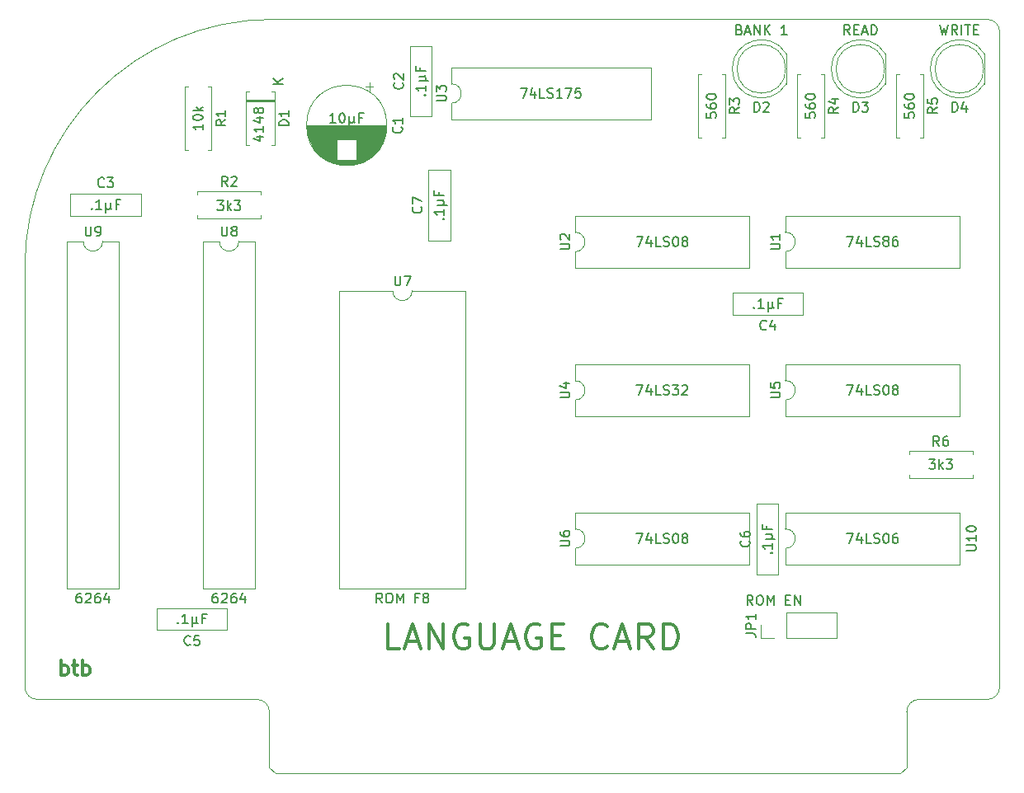
<source format=gbr>
G04 #@! TF.GenerationSoftware,KiCad,Pcbnew,(6.0.5-0)*
G04 #@! TF.CreationDate,2022-08-03T01:33:09-07:00*
G04 #@! TF.ProjectId,LanguageCard,4c616e67-7561-4676-9543-6172642e6b69,rev?*
G04 #@! TF.SameCoordinates,Original*
G04 #@! TF.FileFunction,Legend,Top*
G04 #@! TF.FilePolarity,Positive*
%FSLAX46Y46*%
G04 Gerber Fmt 4.6, Leading zero omitted, Abs format (unit mm)*
G04 Created by KiCad (PCBNEW (6.0.5-0)) date 2022-08-03 01:33:09*
%MOMM*%
%LPD*%
G01*
G04 APERTURE LIST*
G04 #@! TA.AperFunction,Profile*
%ADD10C,0.100000*%
G04 #@! TD*
%ADD11C,0.300000*%
%ADD12C,0.150000*%
%ADD13C,0.120000*%
G04 APERTURE END LIST*
D10*
X179705000Y-93980000D02*
G75*
G03*
X180975000Y-95250000I1270000J0D01*
G01*
X278447500Y-25400000D02*
X205105000Y-25400000D01*
X204787500Y-102235000D02*
X205422500Y-102870000D01*
X271462500Y-95250000D02*
X278447500Y-95250000D01*
X179705000Y-93980000D02*
X179705000Y-50800000D01*
X204787500Y-96520000D02*
G75*
G03*
X203517500Y-95250000I-1270000J0D01*
G01*
X279717500Y-93980000D02*
X279717500Y-26670000D01*
X204787500Y-96520000D02*
X204787500Y-102235000D01*
X180975000Y-95250000D02*
X203517500Y-95250000D01*
X278447500Y-95250000D02*
G75*
G03*
X279717500Y-93980000I0J1270000D01*
G01*
X279717500Y-26670000D02*
G75*
G03*
X278447500Y-25400000I-1270000J0D01*
G01*
X269557500Y-102870000D02*
X205422500Y-102870000D01*
X270192500Y-96520000D02*
X270192500Y-102235000D01*
X271462500Y-95250000D02*
G75*
G03*
X270192500Y-96520000I0J-1270000D01*
G01*
X270192500Y-102235000D02*
X269557500Y-102870000D01*
X205105000Y-25400000D02*
G75*
G03*
X179705000Y-50800000I0J-25400000D01*
G01*
D11*
X183432142Y-92753571D02*
X183432142Y-91253571D01*
X183432142Y-91825000D02*
X183575000Y-91753571D01*
X183860714Y-91753571D01*
X184003571Y-91825000D01*
X184075000Y-91896428D01*
X184146428Y-92039285D01*
X184146428Y-92467857D01*
X184075000Y-92610714D01*
X184003571Y-92682142D01*
X183860714Y-92753571D01*
X183575000Y-92753571D01*
X183432142Y-92682142D01*
X184575000Y-91753571D02*
X185146428Y-91753571D01*
X184789285Y-91253571D02*
X184789285Y-92539285D01*
X184860714Y-92682142D01*
X185003571Y-92753571D01*
X185146428Y-92753571D01*
X185646428Y-92753571D02*
X185646428Y-91253571D01*
X185646428Y-91825000D02*
X185789285Y-91753571D01*
X186075000Y-91753571D01*
X186217857Y-91825000D01*
X186289285Y-91896428D01*
X186360714Y-92039285D01*
X186360714Y-92467857D01*
X186289285Y-92610714D01*
X186217857Y-92682142D01*
X186075000Y-92753571D01*
X185789285Y-92753571D01*
X185646428Y-92682142D01*
X218167857Y-90049047D02*
X216958333Y-90049047D01*
X216958333Y-87509047D01*
X218893571Y-89323333D02*
X220103095Y-89323333D01*
X218651666Y-90049047D02*
X219498333Y-87509047D01*
X220345000Y-90049047D01*
X221191666Y-90049047D02*
X221191666Y-87509047D01*
X222643095Y-90049047D01*
X222643095Y-87509047D01*
X225183095Y-87630000D02*
X224941190Y-87509047D01*
X224578333Y-87509047D01*
X224215476Y-87630000D01*
X223973571Y-87871904D01*
X223852619Y-88113809D01*
X223731666Y-88597619D01*
X223731666Y-88960476D01*
X223852619Y-89444285D01*
X223973571Y-89686190D01*
X224215476Y-89928095D01*
X224578333Y-90049047D01*
X224820238Y-90049047D01*
X225183095Y-89928095D01*
X225304047Y-89807142D01*
X225304047Y-88960476D01*
X224820238Y-88960476D01*
X226392619Y-87509047D02*
X226392619Y-89565238D01*
X226513571Y-89807142D01*
X226634523Y-89928095D01*
X226876428Y-90049047D01*
X227360238Y-90049047D01*
X227602142Y-89928095D01*
X227723095Y-89807142D01*
X227844047Y-89565238D01*
X227844047Y-87509047D01*
X228932619Y-89323333D02*
X230142142Y-89323333D01*
X228690714Y-90049047D02*
X229537380Y-87509047D01*
X230384047Y-90049047D01*
X232561190Y-87630000D02*
X232319285Y-87509047D01*
X231956428Y-87509047D01*
X231593571Y-87630000D01*
X231351666Y-87871904D01*
X231230714Y-88113809D01*
X231109761Y-88597619D01*
X231109761Y-88960476D01*
X231230714Y-89444285D01*
X231351666Y-89686190D01*
X231593571Y-89928095D01*
X231956428Y-90049047D01*
X232198333Y-90049047D01*
X232561190Y-89928095D01*
X232682142Y-89807142D01*
X232682142Y-88960476D01*
X232198333Y-88960476D01*
X233770714Y-88718571D02*
X234617380Y-88718571D01*
X234980238Y-90049047D02*
X233770714Y-90049047D01*
X233770714Y-87509047D01*
X234980238Y-87509047D01*
X239455476Y-89807142D02*
X239334523Y-89928095D01*
X238971666Y-90049047D01*
X238729761Y-90049047D01*
X238366904Y-89928095D01*
X238125000Y-89686190D01*
X238004047Y-89444285D01*
X237883095Y-88960476D01*
X237883095Y-88597619D01*
X238004047Y-88113809D01*
X238125000Y-87871904D01*
X238366904Y-87630000D01*
X238729761Y-87509047D01*
X238971666Y-87509047D01*
X239334523Y-87630000D01*
X239455476Y-87750952D01*
X240423095Y-89323333D02*
X241632619Y-89323333D01*
X240181190Y-90049047D02*
X241027857Y-87509047D01*
X241874523Y-90049047D01*
X244172619Y-90049047D02*
X243325952Y-88839523D01*
X242721190Y-90049047D02*
X242721190Y-87509047D01*
X243688809Y-87509047D01*
X243930714Y-87630000D01*
X244051666Y-87750952D01*
X244172619Y-87992857D01*
X244172619Y-88355714D01*
X244051666Y-88597619D01*
X243930714Y-88718571D01*
X243688809Y-88839523D01*
X242721190Y-88839523D01*
X245261190Y-90049047D02*
X245261190Y-87509047D01*
X245865952Y-87509047D01*
X246228809Y-87630000D01*
X246470714Y-87871904D01*
X246591666Y-88113809D01*
X246712619Y-88597619D01*
X246712619Y-88960476D01*
X246591666Y-89444285D01*
X246470714Y-89686190D01*
X246228809Y-89928095D01*
X245865952Y-90049047D01*
X245261190Y-90049047D01*
D12*
X199898095Y-46652380D02*
X199898095Y-47461904D01*
X199945714Y-47557142D01*
X199993333Y-47604761D01*
X200088571Y-47652380D01*
X200279047Y-47652380D01*
X200374285Y-47604761D01*
X200421904Y-47557142D01*
X200469523Y-47461904D01*
X200469523Y-46652380D01*
X201088571Y-47080952D02*
X200993333Y-47033333D01*
X200945714Y-46985714D01*
X200898095Y-46890476D01*
X200898095Y-46842857D01*
X200945714Y-46747619D01*
X200993333Y-46700000D01*
X201088571Y-46652380D01*
X201279047Y-46652380D01*
X201374285Y-46700000D01*
X201421904Y-46747619D01*
X201469523Y-46842857D01*
X201469523Y-46890476D01*
X201421904Y-46985714D01*
X201374285Y-47033333D01*
X201279047Y-47080952D01*
X201088571Y-47080952D01*
X200993333Y-47128571D01*
X200945714Y-47176190D01*
X200898095Y-47271428D01*
X200898095Y-47461904D01*
X200945714Y-47557142D01*
X200993333Y-47604761D01*
X201088571Y-47652380D01*
X201279047Y-47652380D01*
X201374285Y-47604761D01*
X201421904Y-47557142D01*
X201469523Y-47461904D01*
X201469523Y-47271428D01*
X201421904Y-47176190D01*
X201374285Y-47128571D01*
X201279047Y-47080952D01*
X199421904Y-84332380D02*
X199231428Y-84332380D01*
X199136190Y-84380000D01*
X199088571Y-84427619D01*
X198993333Y-84570476D01*
X198945714Y-84760952D01*
X198945714Y-85141904D01*
X198993333Y-85237142D01*
X199040952Y-85284761D01*
X199136190Y-85332380D01*
X199326666Y-85332380D01*
X199421904Y-85284761D01*
X199469523Y-85237142D01*
X199517142Y-85141904D01*
X199517142Y-84903809D01*
X199469523Y-84808571D01*
X199421904Y-84760952D01*
X199326666Y-84713333D01*
X199136190Y-84713333D01*
X199040952Y-84760952D01*
X198993333Y-84808571D01*
X198945714Y-84903809D01*
X199898095Y-84427619D02*
X199945714Y-84380000D01*
X200040952Y-84332380D01*
X200279047Y-84332380D01*
X200374285Y-84380000D01*
X200421904Y-84427619D01*
X200469523Y-84522857D01*
X200469523Y-84618095D01*
X200421904Y-84760952D01*
X199850476Y-85332380D01*
X200469523Y-85332380D01*
X201326666Y-84332380D02*
X201136190Y-84332380D01*
X201040952Y-84380000D01*
X200993333Y-84427619D01*
X200898095Y-84570476D01*
X200850476Y-84760952D01*
X200850476Y-85141904D01*
X200898095Y-85237142D01*
X200945714Y-85284761D01*
X201040952Y-85332380D01*
X201231428Y-85332380D01*
X201326666Y-85284761D01*
X201374285Y-85237142D01*
X201421904Y-85141904D01*
X201421904Y-84903809D01*
X201374285Y-84808571D01*
X201326666Y-84760952D01*
X201231428Y-84713333D01*
X201040952Y-84713333D01*
X200945714Y-84760952D01*
X200898095Y-84808571D01*
X200850476Y-84903809D01*
X202279047Y-84665714D02*
X202279047Y-85332380D01*
X202040952Y-84284761D02*
X201802857Y-84999047D01*
X202421904Y-84999047D01*
X263172380Y-34456666D02*
X262696190Y-34790000D01*
X263172380Y-35028095D02*
X262172380Y-35028095D01*
X262172380Y-34647142D01*
X262220000Y-34551904D01*
X262267619Y-34504285D01*
X262362857Y-34456666D01*
X262505714Y-34456666D01*
X262600952Y-34504285D01*
X262648571Y-34551904D01*
X262696190Y-34647142D01*
X262696190Y-35028095D01*
X262505714Y-33599523D02*
X263172380Y-33599523D01*
X262124761Y-33837619D02*
X262839047Y-34075714D01*
X262839047Y-33456666D01*
X259802380Y-35004285D02*
X259802380Y-35480476D01*
X260278571Y-35528095D01*
X260230952Y-35480476D01*
X260183333Y-35385238D01*
X260183333Y-35147142D01*
X260230952Y-35051904D01*
X260278571Y-35004285D01*
X260373809Y-34956666D01*
X260611904Y-34956666D01*
X260707142Y-35004285D01*
X260754761Y-35051904D01*
X260802380Y-35147142D01*
X260802380Y-35385238D01*
X260754761Y-35480476D01*
X260707142Y-35528095D01*
X259802380Y-34099523D02*
X259802380Y-34290000D01*
X259850000Y-34385238D01*
X259897619Y-34432857D01*
X260040476Y-34528095D01*
X260230952Y-34575714D01*
X260611904Y-34575714D01*
X260707142Y-34528095D01*
X260754761Y-34480476D01*
X260802380Y-34385238D01*
X260802380Y-34194761D01*
X260754761Y-34099523D01*
X260707142Y-34051904D01*
X260611904Y-34004285D01*
X260373809Y-34004285D01*
X260278571Y-34051904D01*
X260230952Y-34099523D01*
X260183333Y-34194761D01*
X260183333Y-34385238D01*
X260230952Y-34480476D01*
X260278571Y-34528095D01*
X260373809Y-34575714D01*
X259802380Y-33385238D02*
X259802380Y-33290000D01*
X259850000Y-33194761D01*
X259897619Y-33147142D01*
X259992857Y-33099523D01*
X260183333Y-33051904D01*
X260421428Y-33051904D01*
X260611904Y-33099523D01*
X260707142Y-33147142D01*
X260754761Y-33194761D01*
X260802380Y-33290000D01*
X260802380Y-33385238D01*
X260754761Y-33480476D01*
X260707142Y-33528095D01*
X260611904Y-33575714D01*
X260421428Y-33623333D01*
X260183333Y-33623333D01*
X259992857Y-33575714D01*
X259897619Y-33528095D01*
X259850000Y-33480476D01*
X259802380Y-33385238D01*
X253677380Y-88463333D02*
X254391666Y-88463333D01*
X254534523Y-88510952D01*
X254629761Y-88606190D01*
X254677380Y-88749047D01*
X254677380Y-88844285D01*
X254677380Y-87987142D02*
X253677380Y-87987142D01*
X253677380Y-87606190D01*
X253725000Y-87510952D01*
X253772619Y-87463333D01*
X253867857Y-87415714D01*
X254010714Y-87415714D01*
X254105952Y-87463333D01*
X254153571Y-87510952D01*
X254201190Y-87606190D01*
X254201190Y-87987142D01*
X254677380Y-86463333D02*
X254677380Y-87034761D01*
X254677380Y-86749047D02*
X253677380Y-86749047D01*
X253820238Y-86844285D01*
X253915476Y-86939523D01*
X253963095Y-87034761D01*
X254397142Y-85542380D02*
X254063809Y-85066190D01*
X253825714Y-85542380D02*
X253825714Y-84542380D01*
X254206666Y-84542380D01*
X254301904Y-84590000D01*
X254349523Y-84637619D01*
X254397142Y-84732857D01*
X254397142Y-84875714D01*
X254349523Y-84970952D01*
X254301904Y-85018571D01*
X254206666Y-85066190D01*
X253825714Y-85066190D01*
X255016190Y-84542380D02*
X255206666Y-84542380D01*
X255301904Y-84590000D01*
X255397142Y-84685238D01*
X255444761Y-84875714D01*
X255444761Y-85209047D01*
X255397142Y-85399523D01*
X255301904Y-85494761D01*
X255206666Y-85542380D01*
X255016190Y-85542380D01*
X254920952Y-85494761D01*
X254825714Y-85399523D01*
X254778095Y-85209047D01*
X254778095Y-84875714D01*
X254825714Y-84685238D01*
X254920952Y-84590000D01*
X255016190Y-84542380D01*
X255873333Y-85542380D02*
X255873333Y-84542380D01*
X256206666Y-85256666D01*
X256540000Y-84542380D01*
X256540000Y-85542380D01*
X257778095Y-85018571D02*
X258111428Y-85018571D01*
X258254285Y-85542380D02*
X257778095Y-85542380D01*
X257778095Y-84542380D01*
X258254285Y-84542380D01*
X258682857Y-85542380D02*
X258682857Y-84542380D01*
X259254285Y-85542380D01*
X259254285Y-84542380D01*
X273332380Y-34456666D02*
X272856190Y-34790000D01*
X273332380Y-35028095D02*
X272332380Y-35028095D01*
X272332380Y-34647142D01*
X272380000Y-34551904D01*
X272427619Y-34504285D01*
X272522857Y-34456666D01*
X272665714Y-34456666D01*
X272760952Y-34504285D01*
X272808571Y-34551904D01*
X272856190Y-34647142D01*
X272856190Y-35028095D01*
X272332380Y-33551904D02*
X272332380Y-34028095D01*
X272808571Y-34075714D01*
X272760952Y-34028095D01*
X272713333Y-33932857D01*
X272713333Y-33694761D01*
X272760952Y-33599523D01*
X272808571Y-33551904D01*
X272903809Y-33504285D01*
X273141904Y-33504285D01*
X273237142Y-33551904D01*
X273284761Y-33599523D01*
X273332380Y-33694761D01*
X273332380Y-33932857D01*
X273284761Y-34028095D01*
X273237142Y-34075714D01*
X269962380Y-35004285D02*
X269962380Y-35480476D01*
X270438571Y-35528095D01*
X270390952Y-35480476D01*
X270343333Y-35385238D01*
X270343333Y-35147142D01*
X270390952Y-35051904D01*
X270438571Y-35004285D01*
X270533809Y-34956666D01*
X270771904Y-34956666D01*
X270867142Y-35004285D01*
X270914761Y-35051904D01*
X270962380Y-35147142D01*
X270962380Y-35385238D01*
X270914761Y-35480476D01*
X270867142Y-35528095D01*
X269962380Y-34099523D02*
X269962380Y-34290000D01*
X270010000Y-34385238D01*
X270057619Y-34432857D01*
X270200476Y-34528095D01*
X270390952Y-34575714D01*
X270771904Y-34575714D01*
X270867142Y-34528095D01*
X270914761Y-34480476D01*
X270962380Y-34385238D01*
X270962380Y-34194761D01*
X270914761Y-34099523D01*
X270867142Y-34051904D01*
X270771904Y-34004285D01*
X270533809Y-34004285D01*
X270438571Y-34051904D01*
X270390952Y-34099523D01*
X270343333Y-34194761D01*
X270343333Y-34385238D01*
X270390952Y-34480476D01*
X270438571Y-34528095D01*
X270533809Y-34575714D01*
X269962380Y-33385238D02*
X269962380Y-33290000D01*
X270010000Y-33194761D01*
X270057619Y-33147142D01*
X270152857Y-33099523D01*
X270343333Y-33051904D01*
X270581428Y-33051904D01*
X270771904Y-33099523D01*
X270867142Y-33147142D01*
X270914761Y-33194761D01*
X270962380Y-33290000D01*
X270962380Y-33385238D01*
X270914761Y-33480476D01*
X270867142Y-33528095D01*
X270771904Y-33575714D01*
X270581428Y-33623333D01*
X270343333Y-33623333D01*
X270152857Y-33575714D01*
X270057619Y-33528095D01*
X270010000Y-33480476D01*
X269962380Y-33385238D01*
X273518333Y-69202380D02*
X273185000Y-68726190D01*
X272946904Y-69202380D02*
X272946904Y-68202380D01*
X273327857Y-68202380D01*
X273423095Y-68250000D01*
X273470714Y-68297619D01*
X273518333Y-68392857D01*
X273518333Y-68535714D01*
X273470714Y-68630952D01*
X273423095Y-68678571D01*
X273327857Y-68726190D01*
X272946904Y-68726190D01*
X274375476Y-68202380D02*
X274185000Y-68202380D01*
X274089761Y-68250000D01*
X274042142Y-68297619D01*
X273946904Y-68440476D01*
X273899285Y-68630952D01*
X273899285Y-69011904D01*
X273946904Y-69107142D01*
X273994523Y-69154761D01*
X274089761Y-69202380D01*
X274280238Y-69202380D01*
X274375476Y-69154761D01*
X274423095Y-69107142D01*
X274470714Y-69011904D01*
X274470714Y-68773809D01*
X274423095Y-68678571D01*
X274375476Y-68630952D01*
X274280238Y-68583333D01*
X274089761Y-68583333D01*
X273994523Y-68630952D01*
X273946904Y-68678571D01*
X273899285Y-68773809D01*
X272470714Y-70572380D02*
X273089761Y-70572380D01*
X272756428Y-70953333D01*
X272899285Y-70953333D01*
X272994523Y-71000952D01*
X273042142Y-71048571D01*
X273089761Y-71143809D01*
X273089761Y-71381904D01*
X273042142Y-71477142D01*
X272994523Y-71524761D01*
X272899285Y-71572380D01*
X272613571Y-71572380D01*
X272518333Y-71524761D01*
X272470714Y-71477142D01*
X273518333Y-71572380D02*
X273518333Y-70572380D01*
X273613571Y-71191428D02*
X273899285Y-71572380D01*
X273899285Y-70905714D02*
X273518333Y-71286666D01*
X274232619Y-70572380D02*
X274851666Y-70572380D01*
X274518333Y-70953333D01*
X274661190Y-70953333D01*
X274756428Y-71000952D01*
X274804047Y-71048571D01*
X274851666Y-71143809D01*
X274851666Y-71381904D01*
X274804047Y-71477142D01*
X274756428Y-71524761D01*
X274661190Y-71572380D01*
X274375476Y-71572380D01*
X274280238Y-71524761D01*
X274232619Y-71477142D01*
X234607380Y-64261904D02*
X235416904Y-64261904D01*
X235512142Y-64214285D01*
X235559761Y-64166666D01*
X235607380Y-64071428D01*
X235607380Y-63880952D01*
X235559761Y-63785714D01*
X235512142Y-63738095D01*
X235416904Y-63690476D01*
X234607380Y-63690476D01*
X234940714Y-62785714D02*
X235607380Y-62785714D01*
X234559761Y-63023809D02*
X235274047Y-63261904D01*
X235274047Y-62642857D01*
X242467142Y-62952380D02*
X243133809Y-62952380D01*
X242705238Y-63952380D01*
X243943333Y-63285714D02*
X243943333Y-63952380D01*
X243705238Y-62904761D02*
X243467142Y-63619047D01*
X244086190Y-63619047D01*
X244943333Y-63952380D02*
X244467142Y-63952380D01*
X244467142Y-62952380D01*
X245229047Y-63904761D02*
X245371904Y-63952380D01*
X245610000Y-63952380D01*
X245705238Y-63904761D01*
X245752857Y-63857142D01*
X245800476Y-63761904D01*
X245800476Y-63666666D01*
X245752857Y-63571428D01*
X245705238Y-63523809D01*
X245610000Y-63476190D01*
X245419523Y-63428571D01*
X245324285Y-63380952D01*
X245276666Y-63333333D01*
X245229047Y-63238095D01*
X245229047Y-63142857D01*
X245276666Y-63047619D01*
X245324285Y-63000000D01*
X245419523Y-62952380D01*
X245657619Y-62952380D01*
X245800476Y-63000000D01*
X246133809Y-62952380D02*
X246752857Y-62952380D01*
X246419523Y-63333333D01*
X246562380Y-63333333D01*
X246657619Y-63380952D01*
X246705238Y-63428571D01*
X246752857Y-63523809D01*
X246752857Y-63761904D01*
X246705238Y-63857142D01*
X246657619Y-63904761D01*
X246562380Y-63952380D01*
X246276666Y-63952380D01*
X246181428Y-63904761D01*
X246133809Y-63857142D01*
X247133809Y-63047619D02*
X247181428Y-63000000D01*
X247276666Y-62952380D01*
X247514761Y-62952380D01*
X247610000Y-63000000D01*
X247657619Y-63047619D01*
X247705238Y-63142857D01*
X247705238Y-63238095D01*
X247657619Y-63380952D01*
X247086190Y-63952380D01*
X247705238Y-63952380D01*
X234612380Y-49021904D02*
X235421904Y-49021904D01*
X235517142Y-48974285D01*
X235564761Y-48926666D01*
X235612380Y-48831428D01*
X235612380Y-48640952D01*
X235564761Y-48545714D01*
X235517142Y-48498095D01*
X235421904Y-48450476D01*
X234612380Y-48450476D01*
X234707619Y-48021904D02*
X234660000Y-47974285D01*
X234612380Y-47879047D01*
X234612380Y-47640952D01*
X234660000Y-47545714D01*
X234707619Y-47498095D01*
X234802857Y-47450476D01*
X234898095Y-47450476D01*
X235040952Y-47498095D01*
X235612380Y-48069523D01*
X235612380Y-47450476D01*
X242472142Y-47712380D02*
X243138809Y-47712380D01*
X242710238Y-48712380D01*
X243948333Y-48045714D02*
X243948333Y-48712380D01*
X243710238Y-47664761D02*
X243472142Y-48379047D01*
X244091190Y-48379047D01*
X244948333Y-48712380D02*
X244472142Y-48712380D01*
X244472142Y-47712380D01*
X245234047Y-48664761D02*
X245376904Y-48712380D01*
X245615000Y-48712380D01*
X245710238Y-48664761D01*
X245757857Y-48617142D01*
X245805476Y-48521904D01*
X245805476Y-48426666D01*
X245757857Y-48331428D01*
X245710238Y-48283809D01*
X245615000Y-48236190D01*
X245424523Y-48188571D01*
X245329285Y-48140952D01*
X245281666Y-48093333D01*
X245234047Y-47998095D01*
X245234047Y-47902857D01*
X245281666Y-47807619D01*
X245329285Y-47760000D01*
X245424523Y-47712380D01*
X245662619Y-47712380D01*
X245805476Y-47760000D01*
X246424523Y-47712380D02*
X246519761Y-47712380D01*
X246615000Y-47760000D01*
X246662619Y-47807619D01*
X246710238Y-47902857D01*
X246757857Y-48093333D01*
X246757857Y-48331428D01*
X246710238Y-48521904D01*
X246662619Y-48617142D01*
X246615000Y-48664761D01*
X246519761Y-48712380D01*
X246424523Y-48712380D01*
X246329285Y-48664761D01*
X246281666Y-48617142D01*
X246234047Y-48521904D01*
X246186428Y-48331428D01*
X246186428Y-48093333D01*
X246234047Y-47902857D01*
X246281666Y-47807619D01*
X246329285Y-47760000D01*
X246424523Y-47712380D01*
X247329285Y-48140952D02*
X247234047Y-48093333D01*
X247186428Y-48045714D01*
X247138809Y-47950476D01*
X247138809Y-47902857D01*
X247186428Y-47807619D01*
X247234047Y-47760000D01*
X247329285Y-47712380D01*
X247519761Y-47712380D01*
X247615000Y-47760000D01*
X247662619Y-47807619D01*
X247710238Y-47902857D01*
X247710238Y-47950476D01*
X247662619Y-48045714D01*
X247615000Y-48093333D01*
X247519761Y-48140952D01*
X247329285Y-48140952D01*
X247234047Y-48188571D01*
X247186428Y-48236190D01*
X247138809Y-48331428D01*
X247138809Y-48521904D01*
X247186428Y-48617142D01*
X247234047Y-48664761D01*
X247329285Y-48712380D01*
X247519761Y-48712380D01*
X247615000Y-48664761D01*
X247662619Y-48617142D01*
X247710238Y-48521904D01*
X247710238Y-48331428D01*
X247662619Y-48236190D01*
X247615000Y-48188571D01*
X247519761Y-48140952D01*
X253012380Y-34456666D02*
X252536190Y-34790000D01*
X253012380Y-35028095D02*
X252012380Y-35028095D01*
X252012380Y-34647142D01*
X252060000Y-34551904D01*
X252107619Y-34504285D01*
X252202857Y-34456666D01*
X252345714Y-34456666D01*
X252440952Y-34504285D01*
X252488571Y-34551904D01*
X252536190Y-34647142D01*
X252536190Y-35028095D01*
X252012380Y-34123333D02*
X252012380Y-33504285D01*
X252393333Y-33837619D01*
X252393333Y-33694761D01*
X252440952Y-33599523D01*
X252488571Y-33551904D01*
X252583809Y-33504285D01*
X252821904Y-33504285D01*
X252917142Y-33551904D01*
X252964761Y-33599523D01*
X253012380Y-33694761D01*
X253012380Y-33980476D01*
X252964761Y-34075714D01*
X252917142Y-34123333D01*
X249642380Y-35004285D02*
X249642380Y-35480476D01*
X250118571Y-35528095D01*
X250070952Y-35480476D01*
X250023333Y-35385238D01*
X250023333Y-35147142D01*
X250070952Y-35051904D01*
X250118571Y-35004285D01*
X250213809Y-34956666D01*
X250451904Y-34956666D01*
X250547142Y-35004285D01*
X250594761Y-35051904D01*
X250642380Y-35147142D01*
X250642380Y-35385238D01*
X250594761Y-35480476D01*
X250547142Y-35528095D01*
X249642380Y-34099523D02*
X249642380Y-34290000D01*
X249690000Y-34385238D01*
X249737619Y-34432857D01*
X249880476Y-34528095D01*
X250070952Y-34575714D01*
X250451904Y-34575714D01*
X250547142Y-34528095D01*
X250594761Y-34480476D01*
X250642380Y-34385238D01*
X250642380Y-34194761D01*
X250594761Y-34099523D01*
X250547142Y-34051904D01*
X250451904Y-34004285D01*
X250213809Y-34004285D01*
X250118571Y-34051904D01*
X250070952Y-34099523D01*
X250023333Y-34194761D01*
X250023333Y-34385238D01*
X250070952Y-34480476D01*
X250118571Y-34528095D01*
X250213809Y-34575714D01*
X249642380Y-33385238D02*
X249642380Y-33290000D01*
X249690000Y-33194761D01*
X249737619Y-33147142D01*
X249832857Y-33099523D01*
X250023333Y-33051904D01*
X250261428Y-33051904D01*
X250451904Y-33099523D01*
X250547142Y-33147142D01*
X250594761Y-33194761D01*
X250642380Y-33290000D01*
X250642380Y-33385238D01*
X250594761Y-33480476D01*
X250547142Y-33528095D01*
X250451904Y-33575714D01*
X250261428Y-33623333D01*
X250023333Y-33623333D01*
X249832857Y-33575714D01*
X249737619Y-33528095D01*
X249690000Y-33480476D01*
X249642380Y-33385238D01*
X206757380Y-36298095D02*
X205757380Y-36298095D01*
X205757380Y-36060000D01*
X205805000Y-35917142D01*
X205900238Y-35821904D01*
X205995476Y-35774285D01*
X206185952Y-35726666D01*
X206328809Y-35726666D01*
X206519285Y-35774285D01*
X206614523Y-35821904D01*
X206709761Y-35917142D01*
X206757380Y-36060000D01*
X206757380Y-36298095D01*
X206757380Y-34774285D02*
X206757380Y-35345714D01*
X206757380Y-35060000D02*
X205757380Y-35060000D01*
X205900238Y-35155238D01*
X205995476Y-35250476D01*
X206043095Y-35345714D01*
X203520714Y-37433095D02*
X204187380Y-37433095D01*
X203139761Y-37671190D02*
X203854047Y-37909285D01*
X203854047Y-37290238D01*
X204187380Y-36385476D02*
X204187380Y-36956904D01*
X204187380Y-36671190D02*
X203187380Y-36671190D01*
X203330238Y-36766428D01*
X203425476Y-36861666D01*
X203473095Y-36956904D01*
X203520714Y-35528333D02*
X204187380Y-35528333D01*
X203139761Y-35766428D02*
X203854047Y-36004523D01*
X203854047Y-35385476D01*
X203615952Y-34861666D02*
X203568333Y-34956904D01*
X203520714Y-35004523D01*
X203425476Y-35052142D01*
X203377857Y-35052142D01*
X203282619Y-35004523D01*
X203235000Y-34956904D01*
X203187380Y-34861666D01*
X203187380Y-34671190D01*
X203235000Y-34575952D01*
X203282619Y-34528333D01*
X203377857Y-34480714D01*
X203425476Y-34480714D01*
X203520714Y-34528333D01*
X203568333Y-34575952D01*
X203615952Y-34671190D01*
X203615952Y-34861666D01*
X203663571Y-34956904D01*
X203711190Y-35004523D01*
X203806428Y-35052142D01*
X203996904Y-35052142D01*
X204092142Y-35004523D01*
X204139761Y-34956904D01*
X204187380Y-34861666D01*
X204187380Y-34671190D01*
X204139761Y-34575952D01*
X204092142Y-34528333D01*
X203996904Y-34480714D01*
X203806428Y-34480714D01*
X203711190Y-34528333D01*
X203663571Y-34575952D01*
X203615952Y-34671190D01*
X206187380Y-32011904D02*
X205187380Y-32011904D01*
X206187380Y-31440476D02*
X205615952Y-31869047D01*
X205187380Y-31440476D02*
X205758809Y-32011904D01*
X256197380Y-49011904D02*
X257006904Y-49011904D01*
X257102142Y-48964285D01*
X257149761Y-48916666D01*
X257197380Y-48821428D01*
X257197380Y-48630952D01*
X257149761Y-48535714D01*
X257102142Y-48488095D01*
X257006904Y-48440476D01*
X256197380Y-48440476D01*
X257197380Y-47440476D02*
X257197380Y-48011904D01*
X257197380Y-47726190D02*
X256197380Y-47726190D01*
X256340238Y-47821428D01*
X256435476Y-47916666D01*
X256483095Y-48011904D01*
X264057142Y-47702380D02*
X264723809Y-47702380D01*
X264295238Y-48702380D01*
X265533333Y-48035714D02*
X265533333Y-48702380D01*
X265295238Y-47654761D02*
X265057142Y-48369047D01*
X265676190Y-48369047D01*
X266533333Y-48702380D02*
X266057142Y-48702380D01*
X266057142Y-47702380D01*
X266819047Y-48654761D02*
X266961904Y-48702380D01*
X267200000Y-48702380D01*
X267295238Y-48654761D01*
X267342857Y-48607142D01*
X267390476Y-48511904D01*
X267390476Y-48416666D01*
X267342857Y-48321428D01*
X267295238Y-48273809D01*
X267200000Y-48226190D01*
X267009523Y-48178571D01*
X266914285Y-48130952D01*
X266866666Y-48083333D01*
X266819047Y-47988095D01*
X266819047Y-47892857D01*
X266866666Y-47797619D01*
X266914285Y-47750000D01*
X267009523Y-47702380D01*
X267247619Y-47702380D01*
X267390476Y-47750000D01*
X267961904Y-48130952D02*
X267866666Y-48083333D01*
X267819047Y-48035714D01*
X267771428Y-47940476D01*
X267771428Y-47892857D01*
X267819047Y-47797619D01*
X267866666Y-47750000D01*
X267961904Y-47702380D01*
X268152380Y-47702380D01*
X268247619Y-47750000D01*
X268295238Y-47797619D01*
X268342857Y-47892857D01*
X268342857Y-47940476D01*
X268295238Y-48035714D01*
X268247619Y-48083333D01*
X268152380Y-48130952D01*
X267961904Y-48130952D01*
X267866666Y-48178571D01*
X267819047Y-48226190D01*
X267771428Y-48321428D01*
X267771428Y-48511904D01*
X267819047Y-48607142D01*
X267866666Y-48654761D01*
X267961904Y-48702380D01*
X268152380Y-48702380D01*
X268247619Y-48654761D01*
X268295238Y-48607142D01*
X268342857Y-48511904D01*
X268342857Y-48321428D01*
X268295238Y-48226190D01*
X268247619Y-48178571D01*
X268152380Y-48130952D01*
X269200000Y-47702380D02*
X269009523Y-47702380D01*
X268914285Y-47750000D01*
X268866666Y-47797619D01*
X268771428Y-47940476D01*
X268723809Y-48130952D01*
X268723809Y-48511904D01*
X268771428Y-48607142D01*
X268819047Y-48654761D01*
X268914285Y-48702380D01*
X269104761Y-48702380D01*
X269200000Y-48654761D01*
X269247619Y-48607142D01*
X269295238Y-48511904D01*
X269295238Y-48273809D01*
X269247619Y-48178571D01*
X269200000Y-48130952D01*
X269104761Y-48083333D01*
X268914285Y-48083333D01*
X268819047Y-48130952D01*
X268771428Y-48178571D01*
X268723809Y-48273809D01*
X200493333Y-42532380D02*
X200160000Y-42056190D01*
X199921904Y-42532380D02*
X199921904Y-41532380D01*
X200302857Y-41532380D01*
X200398095Y-41580000D01*
X200445714Y-41627619D01*
X200493333Y-41722857D01*
X200493333Y-41865714D01*
X200445714Y-41960952D01*
X200398095Y-42008571D01*
X200302857Y-42056190D01*
X199921904Y-42056190D01*
X200874285Y-41627619D02*
X200921904Y-41580000D01*
X201017142Y-41532380D01*
X201255238Y-41532380D01*
X201350476Y-41580000D01*
X201398095Y-41627619D01*
X201445714Y-41722857D01*
X201445714Y-41818095D01*
X201398095Y-41960952D01*
X200826666Y-42532380D01*
X201445714Y-42532380D01*
X199445714Y-44022380D02*
X200064761Y-44022380D01*
X199731428Y-44403333D01*
X199874285Y-44403333D01*
X199969523Y-44450952D01*
X200017142Y-44498571D01*
X200064761Y-44593809D01*
X200064761Y-44831904D01*
X200017142Y-44927142D01*
X199969523Y-44974761D01*
X199874285Y-45022380D01*
X199588571Y-45022380D01*
X199493333Y-44974761D01*
X199445714Y-44927142D01*
X200493333Y-45022380D02*
X200493333Y-44022380D01*
X200588571Y-44641428D02*
X200874285Y-45022380D01*
X200874285Y-44355714D02*
X200493333Y-44736666D01*
X201207619Y-44022380D02*
X201826666Y-44022380D01*
X201493333Y-44403333D01*
X201636190Y-44403333D01*
X201731428Y-44450952D01*
X201779047Y-44498571D01*
X201826666Y-44593809D01*
X201826666Y-44831904D01*
X201779047Y-44927142D01*
X201731428Y-44974761D01*
X201636190Y-45022380D01*
X201350476Y-45022380D01*
X201255238Y-44974761D01*
X201207619Y-44927142D01*
X218332142Y-36459015D02*
X218379761Y-36506634D01*
X218427380Y-36649491D01*
X218427380Y-36744729D01*
X218379761Y-36887587D01*
X218284523Y-36982825D01*
X218189285Y-37030444D01*
X217998809Y-37078063D01*
X217855952Y-37078063D01*
X217665476Y-37030444D01*
X217570238Y-36982825D01*
X217475000Y-36887587D01*
X217427380Y-36744729D01*
X217427380Y-36649491D01*
X217475000Y-36506634D01*
X217522619Y-36459015D01*
X218427380Y-35506634D02*
X218427380Y-36078063D01*
X218427380Y-35792349D02*
X217427380Y-35792349D01*
X217570238Y-35887587D01*
X217665476Y-35982825D01*
X217713095Y-36078063D01*
X211582142Y-36012380D02*
X211010714Y-36012380D01*
X211296428Y-36012380D02*
X211296428Y-35012380D01*
X211201190Y-35155238D01*
X211105952Y-35250476D01*
X211010714Y-35298095D01*
X212201190Y-35012380D02*
X212296428Y-35012380D01*
X212391666Y-35060000D01*
X212439285Y-35107619D01*
X212486904Y-35202857D01*
X212534523Y-35393333D01*
X212534523Y-35631428D01*
X212486904Y-35821904D01*
X212439285Y-35917142D01*
X212391666Y-35964761D01*
X212296428Y-36012380D01*
X212201190Y-36012380D01*
X212105952Y-35964761D01*
X212058333Y-35917142D01*
X212010714Y-35821904D01*
X211963095Y-35631428D01*
X211963095Y-35393333D01*
X212010714Y-35202857D01*
X212058333Y-35107619D01*
X212105952Y-35060000D01*
X212201190Y-35012380D01*
X212963095Y-35345714D02*
X212963095Y-36345714D01*
X213439285Y-35869523D02*
X213486904Y-35964761D01*
X213582142Y-36012380D01*
X212963095Y-35869523D02*
X213010714Y-35964761D01*
X213105952Y-36012380D01*
X213296428Y-36012380D01*
X213391666Y-35964761D01*
X213439285Y-35869523D01*
X213439285Y-35345714D01*
X214344047Y-35488571D02*
X214010714Y-35488571D01*
X214010714Y-36012380D02*
X214010714Y-35012380D01*
X214486904Y-35012380D01*
X274851904Y-34892380D02*
X274851904Y-33892380D01*
X275090000Y-33892380D01*
X275232857Y-33940000D01*
X275328095Y-34035238D01*
X275375714Y-34130476D01*
X275423333Y-34320952D01*
X275423333Y-34463809D01*
X275375714Y-34654285D01*
X275328095Y-34749523D01*
X275232857Y-34844761D01*
X275090000Y-34892380D01*
X274851904Y-34892380D01*
X276280476Y-34225714D02*
X276280476Y-34892380D01*
X276042380Y-33844761D02*
X275804285Y-34559047D01*
X276423333Y-34559047D01*
X273590000Y-25972380D02*
X273828095Y-26972380D01*
X274018571Y-26258095D01*
X274209047Y-26972380D01*
X274447142Y-25972380D01*
X275399523Y-26972380D02*
X275066190Y-26496190D01*
X274828095Y-26972380D02*
X274828095Y-25972380D01*
X275209047Y-25972380D01*
X275304285Y-26020000D01*
X275351904Y-26067619D01*
X275399523Y-26162857D01*
X275399523Y-26305714D01*
X275351904Y-26400952D01*
X275304285Y-26448571D01*
X275209047Y-26496190D01*
X274828095Y-26496190D01*
X275828095Y-26972380D02*
X275828095Y-25972380D01*
X276161428Y-25972380D02*
X276732857Y-25972380D01*
X276447142Y-26972380D02*
X276447142Y-25972380D01*
X277066190Y-26448571D02*
X277399523Y-26448571D01*
X277542380Y-26972380D02*
X277066190Y-26972380D01*
X277066190Y-25972380D01*
X277542380Y-25972380D01*
X220357142Y-44656666D02*
X220404761Y-44704285D01*
X220452380Y-44847142D01*
X220452380Y-44942380D01*
X220404761Y-45085238D01*
X220309523Y-45180476D01*
X220214285Y-45228095D01*
X220023809Y-45275714D01*
X219880952Y-45275714D01*
X219690476Y-45228095D01*
X219595238Y-45180476D01*
X219500000Y-45085238D01*
X219452380Y-44942380D01*
X219452380Y-44847142D01*
X219500000Y-44704285D01*
X219547619Y-44656666D01*
X219452380Y-44323333D02*
X219452380Y-43656666D01*
X220452380Y-44085238D01*
X222607142Y-45918571D02*
X222654761Y-45870952D01*
X222702380Y-45918571D01*
X222654761Y-45966190D01*
X222607142Y-45918571D01*
X222702380Y-45918571D01*
X222702380Y-44918571D02*
X222702380Y-45490000D01*
X222702380Y-45204285D02*
X221702380Y-45204285D01*
X221845238Y-45299523D01*
X221940476Y-45394761D01*
X221988095Y-45490000D01*
X222035714Y-44490000D02*
X223035714Y-44490000D01*
X222559523Y-44013809D02*
X222654761Y-43966190D01*
X222702380Y-43870952D01*
X222559523Y-44490000D02*
X222654761Y-44442380D01*
X222702380Y-44347142D01*
X222702380Y-44156666D01*
X222654761Y-44061428D01*
X222559523Y-44013809D01*
X222035714Y-44013809D01*
X222178571Y-43109047D02*
X222178571Y-43442380D01*
X222702380Y-43442380D02*
X221702380Y-43442380D01*
X221702380Y-42966190D01*
X196683333Y-89602142D02*
X196635714Y-89649761D01*
X196492857Y-89697380D01*
X196397619Y-89697380D01*
X196254761Y-89649761D01*
X196159523Y-89554523D01*
X196111904Y-89459285D01*
X196064285Y-89268809D01*
X196064285Y-89125952D01*
X196111904Y-88935476D01*
X196159523Y-88840238D01*
X196254761Y-88745000D01*
X196397619Y-88697380D01*
X196492857Y-88697380D01*
X196635714Y-88745000D01*
X196683333Y-88792619D01*
X197588095Y-88697380D02*
X197111904Y-88697380D01*
X197064285Y-89173571D01*
X197111904Y-89125952D01*
X197207142Y-89078333D01*
X197445238Y-89078333D01*
X197540476Y-89125952D01*
X197588095Y-89173571D01*
X197635714Y-89268809D01*
X197635714Y-89506904D01*
X197588095Y-89602142D01*
X197540476Y-89649761D01*
X197445238Y-89697380D01*
X197207142Y-89697380D01*
X197111904Y-89649761D01*
X197064285Y-89602142D01*
X195421428Y-87352142D02*
X195469047Y-87399761D01*
X195421428Y-87447380D01*
X195373809Y-87399761D01*
X195421428Y-87352142D01*
X195421428Y-87447380D01*
X196421428Y-87447380D02*
X195850000Y-87447380D01*
X196135714Y-87447380D02*
X196135714Y-86447380D01*
X196040476Y-86590238D01*
X195945238Y-86685476D01*
X195850000Y-86733095D01*
X196850000Y-86780714D02*
X196850000Y-87780714D01*
X197326190Y-87304523D02*
X197373809Y-87399761D01*
X197469047Y-87447380D01*
X196850000Y-87304523D02*
X196897619Y-87399761D01*
X196992857Y-87447380D01*
X197183333Y-87447380D01*
X197278571Y-87399761D01*
X197326190Y-87304523D01*
X197326190Y-86780714D01*
X198230952Y-86923571D02*
X197897619Y-86923571D01*
X197897619Y-87447380D02*
X197897619Y-86447380D01*
X198373809Y-86447380D01*
X276312380Y-79968095D02*
X277121904Y-79968095D01*
X277217142Y-79920476D01*
X277264761Y-79872857D01*
X277312380Y-79777619D01*
X277312380Y-79587142D01*
X277264761Y-79491904D01*
X277217142Y-79444285D01*
X277121904Y-79396666D01*
X276312380Y-79396666D01*
X277312380Y-78396666D02*
X277312380Y-78968095D01*
X277312380Y-78682380D02*
X276312380Y-78682380D01*
X276455238Y-78777619D01*
X276550476Y-78872857D01*
X276598095Y-78968095D01*
X276312380Y-77777619D02*
X276312380Y-77682380D01*
X276360000Y-77587142D01*
X276407619Y-77539523D01*
X276502857Y-77491904D01*
X276693333Y-77444285D01*
X276931428Y-77444285D01*
X277121904Y-77491904D01*
X277217142Y-77539523D01*
X277264761Y-77587142D01*
X277312380Y-77682380D01*
X277312380Y-77777619D01*
X277264761Y-77872857D01*
X277217142Y-77920476D01*
X277121904Y-77968095D01*
X276931428Y-78015714D01*
X276693333Y-78015714D01*
X276502857Y-77968095D01*
X276407619Y-77920476D01*
X276360000Y-77872857D01*
X276312380Y-77777619D01*
X264057142Y-78192380D02*
X264723809Y-78192380D01*
X264295238Y-79192380D01*
X265533333Y-78525714D02*
X265533333Y-79192380D01*
X265295238Y-78144761D02*
X265057142Y-78859047D01*
X265676190Y-78859047D01*
X266533333Y-79192380D02*
X266057142Y-79192380D01*
X266057142Y-78192380D01*
X266819047Y-79144761D02*
X266961904Y-79192380D01*
X267200000Y-79192380D01*
X267295238Y-79144761D01*
X267342857Y-79097142D01*
X267390476Y-79001904D01*
X267390476Y-78906666D01*
X267342857Y-78811428D01*
X267295238Y-78763809D01*
X267200000Y-78716190D01*
X267009523Y-78668571D01*
X266914285Y-78620952D01*
X266866666Y-78573333D01*
X266819047Y-78478095D01*
X266819047Y-78382857D01*
X266866666Y-78287619D01*
X266914285Y-78240000D01*
X267009523Y-78192380D01*
X267247619Y-78192380D01*
X267390476Y-78240000D01*
X268009523Y-78192380D02*
X268104761Y-78192380D01*
X268200000Y-78240000D01*
X268247619Y-78287619D01*
X268295238Y-78382857D01*
X268342857Y-78573333D01*
X268342857Y-78811428D01*
X268295238Y-79001904D01*
X268247619Y-79097142D01*
X268200000Y-79144761D01*
X268104761Y-79192380D01*
X268009523Y-79192380D01*
X267914285Y-79144761D01*
X267866666Y-79097142D01*
X267819047Y-79001904D01*
X267771428Y-78811428D01*
X267771428Y-78573333D01*
X267819047Y-78382857D01*
X267866666Y-78287619D01*
X267914285Y-78240000D01*
X268009523Y-78192380D01*
X269200000Y-78192380D02*
X269009523Y-78192380D01*
X268914285Y-78240000D01*
X268866666Y-78287619D01*
X268771428Y-78430476D01*
X268723809Y-78620952D01*
X268723809Y-79001904D01*
X268771428Y-79097142D01*
X268819047Y-79144761D01*
X268914285Y-79192380D01*
X269104761Y-79192380D01*
X269200000Y-79144761D01*
X269247619Y-79097142D01*
X269295238Y-79001904D01*
X269295238Y-78763809D01*
X269247619Y-78668571D01*
X269200000Y-78620952D01*
X269104761Y-78573333D01*
X268914285Y-78573333D01*
X268819047Y-78620952D01*
X268771428Y-78668571D01*
X268723809Y-78763809D01*
X185928095Y-46652380D02*
X185928095Y-47461904D01*
X185975714Y-47557142D01*
X186023333Y-47604761D01*
X186118571Y-47652380D01*
X186309047Y-47652380D01*
X186404285Y-47604761D01*
X186451904Y-47557142D01*
X186499523Y-47461904D01*
X186499523Y-46652380D01*
X187023333Y-47652380D02*
X187213809Y-47652380D01*
X187309047Y-47604761D01*
X187356666Y-47557142D01*
X187451904Y-47414285D01*
X187499523Y-47223809D01*
X187499523Y-46842857D01*
X187451904Y-46747619D01*
X187404285Y-46700000D01*
X187309047Y-46652380D01*
X187118571Y-46652380D01*
X187023333Y-46700000D01*
X186975714Y-46747619D01*
X186928095Y-46842857D01*
X186928095Y-47080952D01*
X186975714Y-47176190D01*
X187023333Y-47223809D01*
X187118571Y-47271428D01*
X187309047Y-47271428D01*
X187404285Y-47223809D01*
X187451904Y-47176190D01*
X187499523Y-47080952D01*
X185451904Y-84332380D02*
X185261428Y-84332380D01*
X185166190Y-84380000D01*
X185118571Y-84427619D01*
X185023333Y-84570476D01*
X184975714Y-84760952D01*
X184975714Y-85141904D01*
X185023333Y-85237142D01*
X185070952Y-85284761D01*
X185166190Y-85332380D01*
X185356666Y-85332380D01*
X185451904Y-85284761D01*
X185499523Y-85237142D01*
X185547142Y-85141904D01*
X185547142Y-84903809D01*
X185499523Y-84808571D01*
X185451904Y-84760952D01*
X185356666Y-84713333D01*
X185166190Y-84713333D01*
X185070952Y-84760952D01*
X185023333Y-84808571D01*
X184975714Y-84903809D01*
X185928095Y-84427619D02*
X185975714Y-84380000D01*
X186070952Y-84332380D01*
X186309047Y-84332380D01*
X186404285Y-84380000D01*
X186451904Y-84427619D01*
X186499523Y-84522857D01*
X186499523Y-84618095D01*
X186451904Y-84760952D01*
X185880476Y-85332380D01*
X186499523Y-85332380D01*
X187356666Y-84332380D02*
X187166190Y-84332380D01*
X187070952Y-84380000D01*
X187023333Y-84427619D01*
X186928095Y-84570476D01*
X186880476Y-84760952D01*
X186880476Y-85141904D01*
X186928095Y-85237142D01*
X186975714Y-85284761D01*
X187070952Y-85332380D01*
X187261428Y-85332380D01*
X187356666Y-85284761D01*
X187404285Y-85237142D01*
X187451904Y-85141904D01*
X187451904Y-84903809D01*
X187404285Y-84808571D01*
X187356666Y-84760952D01*
X187261428Y-84713333D01*
X187070952Y-84713333D01*
X186975714Y-84760952D01*
X186928095Y-84808571D01*
X186880476Y-84903809D01*
X188309047Y-84665714D02*
X188309047Y-85332380D01*
X188070952Y-84284761D02*
X187832857Y-84999047D01*
X188451904Y-84999047D01*
X218452142Y-31916666D02*
X218499761Y-31964285D01*
X218547380Y-32107142D01*
X218547380Y-32202380D01*
X218499761Y-32345238D01*
X218404523Y-32440476D01*
X218309285Y-32488095D01*
X218118809Y-32535714D01*
X217975952Y-32535714D01*
X217785476Y-32488095D01*
X217690238Y-32440476D01*
X217595000Y-32345238D01*
X217547380Y-32202380D01*
X217547380Y-32107142D01*
X217595000Y-31964285D01*
X217642619Y-31916666D01*
X217642619Y-31535714D02*
X217595000Y-31488095D01*
X217547380Y-31392857D01*
X217547380Y-31154761D01*
X217595000Y-31059523D01*
X217642619Y-31011904D01*
X217737857Y-30964285D01*
X217833095Y-30964285D01*
X217975952Y-31011904D01*
X218547380Y-31583333D01*
X218547380Y-30964285D01*
X220702142Y-33178571D02*
X220749761Y-33130952D01*
X220797380Y-33178571D01*
X220749761Y-33226190D01*
X220702142Y-33178571D01*
X220797380Y-33178571D01*
X220797380Y-32178571D02*
X220797380Y-32750000D01*
X220797380Y-32464285D02*
X219797380Y-32464285D01*
X219940238Y-32559523D01*
X220035476Y-32654761D01*
X220083095Y-32750000D01*
X220130714Y-31750000D02*
X221130714Y-31750000D01*
X220654523Y-31273809D02*
X220749761Y-31226190D01*
X220797380Y-31130952D01*
X220654523Y-31750000D02*
X220749761Y-31702380D01*
X220797380Y-31607142D01*
X220797380Y-31416666D01*
X220749761Y-31321428D01*
X220654523Y-31273809D01*
X220130714Y-31273809D01*
X220273571Y-30369047D02*
X220273571Y-30702380D01*
X220797380Y-30702380D02*
X219797380Y-30702380D01*
X219797380Y-30226190D01*
X255778333Y-57217142D02*
X255730714Y-57264761D01*
X255587857Y-57312380D01*
X255492619Y-57312380D01*
X255349761Y-57264761D01*
X255254523Y-57169523D01*
X255206904Y-57074285D01*
X255159285Y-56883809D01*
X255159285Y-56740952D01*
X255206904Y-56550476D01*
X255254523Y-56455238D01*
X255349761Y-56360000D01*
X255492619Y-56312380D01*
X255587857Y-56312380D01*
X255730714Y-56360000D01*
X255778333Y-56407619D01*
X256635476Y-56645714D02*
X256635476Y-57312380D01*
X256397380Y-56264761D02*
X256159285Y-56979047D01*
X256778333Y-56979047D01*
X254516428Y-54967142D02*
X254564047Y-55014761D01*
X254516428Y-55062380D01*
X254468809Y-55014761D01*
X254516428Y-54967142D01*
X254516428Y-55062380D01*
X255516428Y-55062380D02*
X254945000Y-55062380D01*
X255230714Y-55062380D02*
X255230714Y-54062380D01*
X255135476Y-54205238D01*
X255040238Y-54300476D01*
X254945000Y-54348095D01*
X255945000Y-54395714D02*
X255945000Y-55395714D01*
X256421190Y-54919523D02*
X256468809Y-55014761D01*
X256564047Y-55062380D01*
X255945000Y-54919523D02*
X255992619Y-55014761D01*
X256087857Y-55062380D01*
X256278333Y-55062380D01*
X256373571Y-55014761D01*
X256421190Y-54919523D01*
X256421190Y-54395714D01*
X257325952Y-54538571D02*
X256992619Y-54538571D01*
X256992619Y-55062380D02*
X256992619Y-54062380D01*
X257468809Y-54062380D01*
X200307380Y-35726666D02*
X199831190Y-36060000D01*
X200307380Y-36298095D02*
X199307380Y-36298095D01*
X199307380Y-35917142D01*
X199355000Y-35821904D01*
X199402619Y-35774285D01*
X199497857Y-35726666D01*
X199640714Y-35726666D01*
X199735952Y-35774285D01*
X199783571Y-35821904D01*
X199831190Y-35917142D01*
X199831190Y-36298095D01*
X200307380Y-34774285D02*
X200307380Y-35345714D01*
X200307380Y-35060000D02*
X199307380Y-35060000D01*
X199450238Y-35155238D01*
X199545476Y-35250476D01*
X199593095Y-35345714D01*
X197937380Y-36155238D02*
X197937380Y-36726666D01*
X197937380Y-36440952D02*
X196937380Y-36440952D01*
X197080238Y-36536190D01*
X197175476Y-36631428D01*
X197223095Y-36726666D01*
X196937380Y-35536190D02*
X196937380Y-35440952D01*
X196985000Y-35345714D01*
X197032619Y-35298095D01*
X197127857Y-35250476D01*
X197318333Y-35202857D01*
X197556428Y-35202857D01*
X197746904Y-35250476D01*
X197842142Y-35298095D01*
X197889761Y-35345714D01*
X197937380Y-35440952D01*
X197937380Y-35536190D01*
X197889761Y-35631428D01*
X197842142Y-35679047D01*
X197746904Y-35726666D01*
X197556428Y-35774285D01*
X197318333Y-35774285D01*
X197127857Y-35726666D01*
X197032619Y-35679047D01*
X196985000Y-35631428D01*
X196937380Y-35536190D01*
X197937380Y-34774285D02*
X196937380Y-34774285D01*
X197556428Y-34679047D02*
X197937380Y-34393333D01*
X197270714Y-34393333D02*
X197651666Y-34774285D01*
X256197380Y-64251904D02*
X257006904Y-64251904D01*
X257102142Y-64204285D01*
X257149761Y-64156666D01*
X257197380Y-64061428D01*
X257197380Y-63870952D01*
X257149761Y-63775714D01*
X257102142Y-63728095D01*
X257006904Y-63680476D01*
X256197380Y-63680476D01*
X256197380Y-62728095D02*
X256197380Y-63204285D01*
X256673571Y-63251904D01*
X256625952Y-63204285D01*
X256578333Y-63109047D01*
X256578333Y-62870952D01*
X256625952Y-62775714D01*
X256673571Y-62728095D01*
X256768809Y-62680476D01*
X257006904Y-62680476D01*
X257102142Y-62728095D01*
X257149761Y-62775714D01*
X257197380Y-62870952D01*
X257197380Y-63109047D01*
X257149761Y-63204285D01*
X257102142Y-63251904D01*
X264057142Y-62952380D02*
X264723809Y-62952380D01*
X264295238Y-63952380D01*
X265533333Y-63285714D02*
X265533333Y-63952380D01*
X265295238Y-62904761D02*
X265057142Y-63619047D01*
X265676190Y-63619047D01*
X266533333Y-63952380D02*
X266057142Y-63952380D01*
X266057142Y-62952380D01*
X266819047Y-63904761D02*
X266961904Y-63952380D01*
X267200000Y-63952380D01*
X267295238Y-63904761D01*
X267342857Y-63857142D01*
X267390476Y-63761904D01*
X267390476Y-63666666D01*
X267342857Y-63571428D01*
X267295238Y-63523809D01*
X267200000Y-63476190D01*
X267009523Y-63428571D01*
X266914285Y-63380952D01*
X266866666Y-63333333D01*
X266819047Y-63238095D01*
X266819047Y-63142857D01*
X266866666Y-63047619D01*
X266914285Y-63000000D01*
X267009523Y-62952380D01*
X267247619Y-62952380D01*
X267390476Y-63000000D01*
X268009523Y-62952380D02*
X268104761Y-62952380D01*
X268200000Y-63000000D01*
X268247619Y-63047619D01*
X268295238Y-63142857D01*
X268342857Y-63333333D01*
X268342857Y-63571428D01*
X268295238Y-63761904D01*
X268247619Y-63857142D01*
X268200000Y-63904761D01*
X268104761Y-63952380D01*
X268009523Y-63952380D01*
X267914285Y-63904761D01*
X267866666Y-63857142D01*
X267819047Y-63761904D01*
X267771428Y-63571428D01*
X267771428Y-63333333D01*
X267819047Y-63142857D01*
X267866666Y-63047619D01*
X267914285Y-63000000D01*
X268009523Y-62952380D01*
X268914285Y-63380952D02*
X268819047Y-63333333D01*
X268771428Y-63285714D01*
X268723809Y-63190476D01*
X268723809Y-63142857D01*
X268771428Y-63047619D01*
X268819047Y-63000000D01*
X268914285Y-62952380D01*
X269104761Y-62952380D01*
X269200000Y-63000000D01*
X269247619Y-63047619D01*
X269295238Y-63142857D01*
X269295238Y-63190476D01*
X269247619Y-63285714D01*
X269200000Y-63333333D01*
X269104761Y-63380952D01*
X268914285Y-63380952D01*
X268819047Y-63428571D01*
X268771428Y-63476190D01*
X268723809Y-63571428D01*
X268723809Y-63761904D01*
X268771428Y-63857142D01*
X268819047Y-63904761D01*
X268914285Y-63952380D01*
X269104761Y-63952380D01*
X269200000Y-63904761D01*
X269247619Y-63857142D01*
X269295238Y-63761904D01*
X269295238Y-63571428D01*
X269247619Y-63476190D01*
X269200000Y-63428571D01*
X269104761Y-63380952D01*
X264691904Y-34892380D02*
X264691904Y-33892380D01*
X264930000Y-33892380D01*
X265072857Y-33940000D01*
X265168095Y-34035238D01*
X265215714Y-34130476D01*
X265263333Y-34320952D01*
X265263333Y-34463809D01*
X265215714Y-34654285D01*
X265168095Y-34749523D01*
X265072857Y-34844761D01*
X264930000Y-34892380D01*
X264691904Y-34892380D01*
X265596666Y-33892380D02*
X266215714Y-33892380D01*
X265882380Y-34273333D01*
X266025238Y-34273333D01*
X266120476Y-34320952D01*
X266168095Y-34368571D01*
X266215714Y-34463809D01*
X266215714Y-34701904D01*
X266168095Y-34797142D01*
X266120476Y-34844761D01*
X266025238Y-34892380D01*
X265739523Y-34892380D01*
X265644285Y-34844761D01*
X265596666Y-34797142D01*
X264358571Y-26972380D02*
X264025238Y-26496190D01*
X263787142Y-26972380D02*
X263787142Y-25972380D01*
X264168095Y-25972380D01*
X264263333Y-26020000D01*
X264310952Y-26067619D01*
X264358571Y-26162857D01*
X264358571Y-26305714D01*
X264310952Y-26400952D01*
X264263333Y-26448571D01*
X264168095Y-26496190D01*
X263787142Y-26496190D01*
X264787142Y-26448571D02*
X265120476Y-26448571D01*
X265263333Y-26972380D02*
X264787142Y-26972380D01*
X264787142Y-25972380D01*
X265263333Y-25972380D01*
X265644285Y-26686666D02*
X266120476Y-26686666D01*
X265549047Y-26972380D02*
X265882380Y-25972380D01*
X266215714Y-26972380D01*
X266549047Y-26972380D02*
X266549047Y-25972380D01*
X266787142Y-25972380D01*
X266930000Y-26020000D01*
X267025238Y-26115238D01*
X267072857Y-26210476D01*
X267120476Y-26400952D01*
X267120476Y-26543809D01*
X267072857Y-26734285D01*
X267025238Y-26829523D01*
X266930000Y-26924761D01*
X266787142Y-26972380D01*
X266549047Y-26972380D01*
X254012142Y-78946666D02*
X254059761Y-78994285D01*
X254107380Y-79137142D01*
X254107380Y-79232380D01*
X254059761Y-79375238D01*
X253964523Y-79470476D01*
X253869285Y-79518095D01*
X253678809Y-79565714D01*
X253535952Y-79565714D01*
X253345476Y-79518095D01*
X253250238Y-79470476D01*
X253155000Y-79375238D01*
X253107380Y-79232380D01*
X253107380Y-79137142D01*
X253155000Y-78994285D01*
X253202619Y-78946666D01*
X253107380Y-78089523D02*
X253107380Y-78280000D01*
X253155000Y-78375238D01*
X253202619Y-78422857D01*
X253345476Y-78518095D01*
X253535952Y-78565714D01*
X253916904Y-78565714D01*
X254012142Y-78518095D01*
X254059761Y-78470476D01*
X254107380Y-78375238D01*
X254107380Y-78184761D01*
X254059761Y-78089523D01*
X254012142Y-78041904D01*
X253916904Y-77994285D01*
X253678809Y-77994285D01*
X253583571Y-78041904D01*
X253535952Y-78089523D01*
X253488333Y-78184761D01*
X253488333Y-78375238D01*
X253535952Y-78470476D01*
X253583571Y-78518095D01*
X253678809Y-78565714D01*
X256262142Y-80208571D02*
X256309761Y-80160952D01*
X256357380Y-80208571D01*
X256309761Y-80256190D01*
X256262142Y-80208571D01*
X256357380Y-80208571D01*
X256357380Y-79208571D02*
X256357380Y-79780000D01*
X256357380Y-79494285D02*
X255357380Y-79494285D01*
X255500238Y-79589523D01*
X255595476Y-79684761D01*
X255643095Y-79780000D01*
X255690714Y-78780000D02*
X256690714Y-78780000D01*
X256214523Y-78303809D02*
X256309761Y-78256190D01*
X256357380Y-78160952D01*
X256214523Y-78780000D02*
X256309761Y-78732380D01*
X256357380Y-78637142D01*
X256357380Y-78446666D01*
X256309761Y-78351428D01*
X256214523Y-78303809D01*
X255690714Y-78303809D01*
X255833571Y-77399047D02*
X255833571Y-77732380D01*
X256357380Y-77732380D02*
X255357380Y-77732380D01*
X255357380Y-77256190D01*
X221927380Y-33771904D02*
X222736904Y-33771904D01*
X222832142Y-33724285D01*
X222879761Y-33676666D01*
X222927380Y-33581428D01*
X222927380Y-33390952D01*
X222879761Y-33295714D01*
X222832142Y-33248095D01*
X222736904Y-33200476D01*
X221927380Y-33200476D01*
X221927380Y-32819523D02*
X221927380Y-32200476D01*
X222308333Y-32533809D01*
X222308333Y-32390952D01*
X222355952Y-32295714D01*
X222403571Y-32248095D01*
X222498809Y-32200476D01*
X222736904Y-32200476D01*
X222832142Y-32248095D01*
X222879761Y-32295714D01*
X222927380Y-32390952D01*
X222927380Y-32676666D01*
X222879761Y-32771904D01*
X222832142Y-32819523D01*
X230560952Y-32462380D02*
X231227619Y-32462380D01*
X230799047Y-33462380D01*
X232037142Y-32795714D02*
X232037142Y-33462380D01*
X231799047Y-32414761D02*
X231560952Y-33129047D01*
X232180000Y-33129047D01*
X233037142Y-33462380D02*
X232560952Y-33462380D01*
X232560952Y-32462380D01*
X233322857Y-33414761D02*
X233465714Y-33462380D01*
X233703809Y-33462380D01*
X233799047Y-33414761D01*
X233846666Y-33367142D01*
X233894285Y-33271904D01*
X233894285Y-33176666D01*
X233846666Y-33081428D01*
X233799047Y-33033809D01*
X233703809Y-32986190D01*
X233513333Y-32938571D01*
X233418095Y-32890952D01*
X233370476Y-32843333D01*
X233322857Y-32748095D01*
X233322857Y-32652857D01*
X233370476Y-32557619D01*
X233418095Y-32510000D01*
X233513333Y-32462380D01*
X233751428Y-32462380D01*
X233894285Y-32510000D01*
X234846666Y-33462380D02*
X234275238Y-33462380D01*
X234560952Y-33462380D02*
X234560952Y-32462380D01*
X234465714Y-32605238D01*
X234370476Y-32700476D01*
X234275238Y-32748095D01*
X235180000Y-32462380D02*
X235846666Y-32462380D01*
X235418095Y-33462380D01*
X236703809Y-32462380D02*
X236227619Y-32462380D01*
X236180000Y-32938571D01*
X236227619Y-32890952D01*
X236322857Y-32843333D01*
X236560952Y-32843333D01*
X236656190Y-32890952D01*
X236703809Y-32938571D01*
X236751428Y-33033809D01*
X236751428Y-33271904D01*
X236703809Y-33367142D01*
X236656190Y-33414761D01*
X236560952Y-33462380D01*
X236322857Y-33462380D01*
X236227619Y-33414761D01*
X236180000Y-33367142D01*
X217678095Y-51732380D02*
X217678095Y-52541904D01*
X217725714Y-52637142D01*
X217773333Y-52684761D01*
X217868571Y-52732380D01*
X218059047Y-52732380D01*
X218154285Y-52684761D01*
X218201904Y-52637142D01*
X218249523Y-52541904D01*
X218249523Y-51732380D01*
X218630476Y-51732380D02*
X219297142Y-51732380D01*
X218868571Y-52732380D01*
X216368571Y-85332380D02*
X216035238Y-84856190D01*
X215797142Y-85332380D02*
X215797142Y-84332380D01*
X216178095Y-84332380D01*
X216273333Y-84380000D01*
X216320952Y-84427619D01*
X216368571Y-84522857D01*
X216368571Y-84665714D01*
X216320952Y-84760952D01*
X216273333Y-84808571D01*
X216178095Y-84856190D01*
X215797142Y-84856190D01*
X216987619Y-84332380D02*
X217178095Y-84332380D01*
X217273333Y-84380000D01*
X217368571Y-84475238D01*
X217416190Y-84665714D01*
X217416190Y-84999047D01*
X217368571Y-85189523D01*
X217273333Y-85284761D01*
X217178095Y-85332380D01*
X216987619Y-85332380D01*
X216892380Y-85284761D01*
X216797142Y-85189523D01*
X216749523Y-84999047D01*
X216749523Y-84665714D01*
X216797142Y-84475238D01*
X216892380Y-84380000D01*
X216987619Y-84332380D01*
X217844761Y-85332380D02*
X217844761Y-84332380D01*
X218178095Y-85046666D01*
X218511428Y-84332380D01*
X218511428Y-85332380D01*
X220082857Y-84808571D02*
X219749523Y-84808571D01*
X219749523Y-85332380D02*
X219749523Y-84332380D01*
X220225714Y-84332380D01*
X220749523Y-84760952D02*
X220654285Y-84713333D01*
X220606666Y-84665714D01*
X220559047Y-84570476D01*
X220559047Y-84522857D01*
X220606666Y-84427619D01*
X220654285Y-84380000D01*
X220749523Y-84332380D01*
X220940000Y-84332380D01*
X221035238Y-84380000D01*
X221082857Y-84427619D01*
X221130476Y-84522857D01*
X221130476Y-84570476D01*
X221082857Y-84665714D01*
X221035238Y-84713333D01*
X220940000Y-84760952D01*
X220749523Y-84760952D01*
X220654285Y-84808571D01*
X220606666Y-84856190D01*
X220559047Y-84951428D01*
X220559047Y-85141904D01*
X220606666Y-85237142D01*
X220654285Y-85284761D01*
X220749523Y-85332380D01*
X220940000Y-85332380D01*
X221035238Y-85284761D01*
X221082857Y-85237142D01*
X221130476Y-85141904D01*
X221130476Y-84951428D01*
X221082857Y-84856190D01*
X221035238Y-84808571D01*
X220940000Y-84760952D01*
X187833333Y-42557142D02*
X187785714Y-42604761D01*
X187642857Y-42652380D01*
X187547619Y-42652380D01*
X187404761Y-42604761D01*
X187309523Y-42509523D01*
X187261904Y-42414285D01*
X187214285Y-42223809D01*
X187214285Y-42080952D01*
X187261904Y-41890476D01*
X187309523Y-41795238D01*
X187404761Y-41700000D01*
X187547619Y-41652380D01*
X187642857Y-41652380D01*
X187785714Y-41700000D01*
X187833333Y-41747619D01*
X188166666Y-41652380D02*
X188785714Y-41652380D01*
X188452380Y-42033333D01*
X188595238Y-42033333D01*
X188690476Y-42080952D01*
X188738095Y-42128571D01*
X188785714Y-42223809D01*
X188785714Y-42461904D01*
X188738095Y-42557142D01*
X188690476Y-42604761D01*
X188595238Y-42652380D01*
X188309523Y-42652380D01*
X188214285Y-42604761D01*
X188166666Y-42557142D01*
X186571428Y-44807142D02*
X186619047Y-44854761D01*
X186571428Y-44902380D01*
X186523809Y-44854761D01*
X186571428Y-44807142D01*
X186571428Y-44902380D01*
X187571428Y-44902380D02*
X187000000Y-44902380D01*
X187285714Y-44902380D02*
X187285714Y-43902380D01*
X187190476Y-44045238D01*
X187095238Y-44140476D01*
X187000000Y-44188095D01*
X188000000Y-44235714D02*
X188000000Y-45235714D01*
X188476190Y-44759523D02*
X188523809Y-44854761D01*
X188619047Y-44902380D01*
X188000000Y-44759523D02*
X188047619Y-44854761D01*
X188142857Y-44902380D01*
X188333333Y-44902380D01*
X188428571Y-44854761D01*
X188476190Y-44759523D01*
X188476190Y-44235714D01*
X189380952Y-44378571D02*
X189047619Y-44378571D01*
X189047619Y-44902380D02*
X189047619Y-43902380D01*
X189523809Y-43902380D01*
X254531904Y-34892380D02*
X254531904Y-33892380D01*
X254770000Y-33892380D01*
X254912857Y-33940000D01*
X255008095Y-34035238D01*
X255055714Y-34130476D01*
X255103333Y-34320952D01*
X255103333Y-34463809D01*
X255055714Y-34654285D01*
X255008095Y-34749523D01*
X254912857Y-34844761D01*
X254770000Y-34892380D01*
X254531904Y-34892380D01*
X255484285Y-33987619D02*
X255531904Y-33940000D01*
X255627142Y-33892380D01*
X255865238Y-33892380D01*
X255960476Y-33940000D01*
X256008095Y-33987619D01*
X256055714Y-34082857D01*
X256055714Y-34178095D01*
X256008095Y-34320952D01*
X255436666Y-34892380D01*
X256055714Y-34892380D01*
X253031904Y-26448571D02*
X253174761Y-26496190D01*
X253222380Y-26543809D01*
X253270000Y-26639047D01*
X253270000Y-26781904D01*
X253222380Y-26877142D01*
X253174761Y-26924761D01*
X253079523Y-26972380D01*
X252698571Y-26972380D01*
X252698571Y-25972380D01*
X253031904Y-25972380D01*
X253127142Y-26020000D01*
X253174761Y-26067619D01*
X253222380Y-26162857D01*
X253222380Y-26258095D01*
X253174761Y-26353333D01*
X253127142Y-26400952D01*
X253031904Y-26448571D01*
X252698571Y-26448571D01*
X253650952Y-26686666D02*
X254127142Y-26686666D01*
X253555714Y-26972380D02*
X253889047Y-25972380D01*
X254222380Y-26972380D01*
X254555714Y-26972380D02*
X254555714Y-25972380D01*
X255127142Y-26972380D01*
X255127142Y-25972380D01*
X255603333Y-26972380D02*
X255603333Y-25972380D01*
X256174761Y-26972380D02*
X255746190Y-26400952D01*
X256174761Y-25972380D02*
X255603333Y-26543809D01*
X257889047Y-26972380D02*
X257317619Y-26972380D01*
X257603333Y-26972380D02*
X257603333Y-25972380D01*
X257508095Y-26115238D01*
X257412857Y-26210476D01*
X257317619Y-26258095D01*
X234612380Y-79491904D02*
X235421904Y-79491904D01*
X235517142Y-79444285D01*
X235564761Y-79396666D01*
X235612380Y-79301428D01*
X235612380Y-79110952D01*
X235564761Y-79015714D01*
X235517142Y-78968095D01*
X235421904Y-78920476D01*
X234612380Y-78920476D01*
X234612380Y-78015714D02*
X234612380Y-78206190D01*
X234660000Y-78301428D01*
X234707619Y-78349047D01*
X234850476Y-78444285D01*
X235040952Y-78491904D01*
X235421904Y-78491904D01*
X235517142Y-78444285D01*
X235564761Y-78396666D01*
X235612380Y-78301428D01*
X235612380Y-78110952D01*
X235564761Y-78015714D01*
X235517142Y-77968095D01*
X235421904Y-77920476D01*
X235183809Y-77920476D01*
X235088571Y-77968095D01*
X235040952Y-78015714D01*
X234993333Y-78110952D01*
X234993333Y-78301428D01*
X235040952Y-78396666D01*
X235088571Y-78444285D01*
X235183809Y-78491904D01*
X242467142Y-78192380D02*
X243133809Y-78192380D01*
X242705238Y-79192380D01*
X243943333Y-78525714D02*
X243943333Y-79192380D01*
X243705238Y-78144761D02*
X243467142Y-78859047D01*
X244086190Y-78859047D01*
X244943333Y-79192380D02*
X244467142Y-79192380D01*
X244467142Y-78192380D01*
X245229047Y-79144761D02*
X245371904Y-79192380D01*
X245610000Y-79192380D01*
X245705238Y-79144761D01*
X245752857Y-79097142D01*
X245800476Y-79001904D01*
X245800476Y-78906666D01*
X245752857Y-78811428D01*
X245705238Y-78763809D01*
X245610000Y-78716190D01*
X245419523Y-78668571D01*
X245324285Y-78620952D01*
X245276666Y-78573333D01*
X245229047Y-78478095D01*
X245229047Y-78382857D01*
X245276666Y-78287619D01*
X245324285Y-78240000D01*
X245419523Y-78192380D01*
X245657619Y-78192380D01*
X245800476Y-78240000D01*
X246419523Y-78192380D02*
X246514761Y-78192380D01*
X246610000Y-78240000D01*
X246657619Y-78287619D01*
X246705238Y-78382857D01*
X246752857Y-78573333D01*
X246752857Y-78811428D01*
X246705238Y-79001904D01*
X246657619Y-79097142D01*
X246610000Y-79144761D01*
X246514761Y-79192380D01*
X246419523Y-79192380D01*
X246324285Y-79144761D01*
X246276666Y-79097142D01*
X246229047Y-79001904D01*
X246181428Y-78811428D01*
X246181428Y-78573333D01*
X246229047Y-78382857D01*
X246276666Y-78287619D01*
X246324285Y-78240000D01*
X246419523Y-78192380D01*
X247324285Y-78620952D02*
X247229047Y-78573333D01*
X247181428Y-78525714D01*
X247133809Y-78430476D01*
X247133809Y-78382857D01*
X247181428Y-78287619D01*
X247229047Y-78240000D01*
X247324285Y-78192380D01*
X247514761Y-78192380D01*
X247610000Y-78240000D01*
X247657619Y-78287619D01*
X247705238Y-78382857D01*
X247705238Y-78430476D01*
X247657619Y-78525714D01*
X247610000Y-78573333D01*
X247514761Y-78620952D01*
X247324285Y-78620952D01*
X247229047Y-78668571D01*
X247181428Y-78716190D01*
X247133809Y-78811428D01*
X247133809Y-79001904D01*
X247181428Y-79097142D01*
X247229047Y-79144761D01*
X247324285Y-79192380D01*
X247514761Y-79192380D01*
X247610000Y-79144761D01*
X247657619Y-79097142D01*
X247705238Y-79001904D01*
X247705238Y-78811428D01*
X247657619Y-78716190D01*
X247610000Y-78668571D01*
X247514761Y-78620952D01*
D13*
X203310000Y-48200000D02*
X201660000Y-48200000D01*
X198010000Y-83880000D02*
X203310000Y-83880000D01*
X198010000Y-48200000D02*
X198010000Y-83880000D01*
X199660000Y-48200000D02*
X198010000Y-48200000D01*
X203310000Y-83880000D02*
X203310000Y-48200000D01*
X199660000Y-48200000D02*
G75*
G03*
X201660000Y-48200000I1000000J0D01*
G01*
X261390000Y-31020000D02*
X261720000Y-31020000D01*
X261720000Y-37560000D02*
X261390000Y-37560000D01*
X261720000Y-31020000D02*
X261720000Y-37560000D01*
X258980000Y-31020000D02*
X258980000Y-37560000D01*
X259310000Y-31020000D02*
X258980000Y-31020000D01*
X258980000Y-37560000D02*
X259310000Y-37560000D01*
X257825000Y-86300000D02*
X262965000Y-86300000D01*
X256555000Y-88960000D02*
X255225000Y-88960000D01*
X257825000Y-88960000D02*
X257825000Y-86300000D01*
X255225000Y-88960000D02*
X255225000Y-87630000D01*
X262965000Y-88960000D02*
X262965000Y-86300000D01*
X257825000Y-88960000D02*
X262965000Y-88960000D01*
X271880000Y-37560000D02*
X271550000Y-37560000D01*
X271880000Y-31020000D02*
X271880000Y-37560000D01*
X271550000Y-31020000D02*
X271880000Y-31020000D01*
X269140000Y-31020000D02*
X269140000Y-37560000D01*
X269470000Y-31020000D02*
X269140000Y-31020000D01*
X269140000Y-37560000D02*
X269470000Y-37560000D01*
X270415000Y-69750000D02*
X276955000Y-69750000D01*
X276955000Y-72490000D02*
X276955000Y-72160000D01*
X276955000Y-69750000D02*
X276955000Y-70080000D01*
X270415000Y-72160000D02*
X270415000Y-72490000D01*
X270415000Y-72490000D02*
X276955000Y-72490000D01*
X270415000Y-70080000D02*
X270415000Y-69750000D01*
X254055000Y-66150000D02*
X254055000Y-60850000D01*
X236155000Y-60850000D02*
X236155000Y-62500000D01*
X236155000Y-64500000D02*
X236155000Y-66150000D01*
X254055000Y-60850000D02*
X236155000Y-60850000D01*
X236155000Y-66150000D02*
X254055000Y-66150000D01*
X236155000Y-64500000D02*
G75*
G03*
X236155000Y-62500000I0J1000000D01*
G01*
X236160000Y-49260000D02*
X236160000Y-50910000D01*
X254060000Y-50910000D02*
X254060000Y-45610000D01*
X254060000Y-45610000D02*
X236160000Y-45610000D01*
X236160000Y-50910000D02*
X254060000Y-50910000D01*
X236160000Y-45610000D02*
X236160000Y-47260000D01*
X236160000Y-49260000D02*
G75*
G03*
X236160000Y-47260000I0J1000000D01*
G01*
X251560000Y-37560000D02*
X251230000Y-37560000D01*
X251230000Y-31020000D02*
X251560000Y-31020000D01*
X248820000Y-31020000D02*
X248820000Y-37560000D01*
X248820000Y-37560000D02*
X249150000Y-37560000D01*
X251560000Y-31020000D02*
X251560000Y-37560000D01*
X249150000Y-31020000D02*
X248820000Y-31020000D01*
X205305000Y-38280000D02*
X204975000Y-38280000D01*
X205305000Y-33860000D02*
X202365000Y-33860000D01*
X202365000Y-32840000D02*
X202365000Y-38280000D01*
X204975000Y-32840000D02*
X205305000Y-32840000D01*
X205305000Y-33620000D02*
X202365000Y-33620000D01*
X202695000Y-32840000D02*
X202365000Y-32840000D01*
X205305000Y-33740000D02*
X202365000Y-33740000D01*
X202365000Y-38280000D02*
X202695000Y-38280000D01*
X205305000Y-32840000D02*
X205305000Y-38280000D01*
X275645000Y-45600000D02*
X257745000Y-45600000D01*
X275645000Y-50900000D02*
X275645000Y-45600000D01*
X257745000Y-50900000D02*
X275645000Y-50900000D01*
X257745000Y-45600000D02*
X257745000Y-47250000D01*
X257745000Y-49250000D02*
X257745000Y-50900000D01*
X257745000Y-49250000D02*
G75*
G03*
X257745000Y-47250000I0J1000000D01*
G01*
X197390000Y-45820000D02*
X203930000Y-45820000D01*
X203930000Y-45820000D02*
X203930000Y-45490000D01*
X197390000Y-45490000D02*
X197390000Y-45820000D01*
X197390000Y-43080000D02*
X203930000Y-43080000D01*
X203930000Y-43080000D02*
X203930000Y-43410000D01*
X197390000Y-43410000D02*
X197390000Y-43080000D01*
X211685000Y-39333349D02*
X209984000Y-39333349D01*
X211685000Y-38773349D02*
X209475000Y-38773349D01*
X211685000Y-37973349D02*
X209003000Y-37973349D01*
X211685000Y-39253349D02*
X209899000Y-39253349D01*
X215012000Y-39693349D02*
X213765000Y-39693349D01*
X215125000Y-39613349D02*
X213765000Y-39613349D01*
X211685000Y-37893349D02*
X208968000Y-37893349D01*
X211685000Y-38693349D02*
X209416000Y-38693349D01*
X211685000Y-39213349D02*
X209858000Y-39213349D01*
X211685000Y-38053349D02*
X209039000Y-38053349D01*
X216790000Y-36652349D02*
X208660000Y-36652349D01*
X215440000Y-32282651D02*
X214640000Y-32282651D01*
X216194000Y-38453349D02*
X213765000Y-38453349D01*
X211685000Y-38133349D02*
X209078000Y-38133349D01*
X211685000Y-39413349D02*
X210074000Y-39413349D01*
X215975000Y-38773349D02*
X213765000Y-38773349D01*
X216309000Y-38253349D02*
X213765000Y-38253349D01*
X216218000Y-38413349D02*
X213765000Y-38413349D01*
X211685000Y-39373349D02*
X210028000Y-39373349D01*
X216482000Y-37893349D02*
X213765000Y-37893349D01*
X216588000Y-37613349D02*
X208862000Y-37613349D01*
X211685000Y-39493349D02*
X210169000Y-39493349D01*
X214538000Y-39973349D02*
X210912000Y-39973349D01*
X216749000Y-36972349D02*
X208701000Y-36972349D01*
X216793000Y-36612349D02*
X208657000Y-36612349D01*
X216546000Y-37733349D02*
X208904000Y-37733349D01*
X216650000Y-37413349D02*
X208800000Y-37413349D01*
X215509000Y-39293349D02*
X213765000Y-39293349D01*
X211685000Y-39653349D02*
X210380000Y-39653349D01*
X216372000Y-38133349D02*
X213765000Y-38133349D01*
X216034000Y-38693349D02*
X213765000Y-38693349D01*
X215376000Y-39413349D02*
X213765000Y-39413349D01*
X216804000Y-36412349D02*
X208646000Y-36412349D01*
X216515000Y-37813349D02*
X213765000Y-37813349D01*
X211685000Y-38093349D02*
X209059000Y-38093349D01*
X216575000Y-37653349D02*
X208875000Y-37653349D01*
X211685000Y-39013349D02*
X209670000Y-39013349D01*
X216796000Y-36572349D02*
X208654000Y-36572349D01*
X216661000Y-37373349D02*
X208789000Y-37373349D01*
X211685000Y-39693349D02*
X210438000Y-39693349D01*
X215815000Y-38973349D02*
X213765000Y-38973349D01*
X216411000Y-38053349D02*
X213765000Y-38053349D01*
X215592000Y-39213349D02*
X213765000Y-39213349D01*
X213258000Y-40373349D02*
X212192000Y-40373349D01*
X216465000Y-37933349D02*
X213765000Y-37933349D01*
X211685000Y-39133349D02*
X209780000Y-39133349D01*
X214689000Y-39893349D02*
X210761000Y-39893349D01*
X214759000Y-39853349D02*
X210691000Y-39853349D01*
X215780000Y-39013349D02*
X213765000Y-39013349D01*
X215329000Y-39453349D02*
X213765000Y-39453349D01*
X211685000Y-38653349D02*
X209387000Y-38653349D01*
X215466000Y-39333349D02*
X213765000Y-39333349D01*
X211685000Y-38973349D02*
X209635000Y-38973349D01*
X211685000Y-38853349D02*
X209536000Y-38853349D01*
X211685000Y-37853349D02*
X208951000Y-37853349D01*
X211685000Y-39453349D02*
X210121000Y-39453349D01*
X211685000Y-39293349D02*
X209941000Y-39293349D01*
X216672000Y-37333349D02*
X208778000Y-37333349D01*
X216735000Y-37053349D02*
X208715000Y-37053349D01*
X216627000Y-37493349D02*
X208823000Y-37493349D01*
X216701000Y-37213349D02*
X208749000Y-37213349D01*
X211685000Y-39053349D02*
X209706000Y-39053349D01*
X211685000Y-38533349D02*
X209307000Y-38533349D01*
X211685000Y-38933349D02*
X209601000Y-38933349D01*
X216117000Y-38573349D02*
X213765000Y-38573349D01*
X211685000Y-38813349D02*
X209505000Y-38813349D01*
X215179000Y-39573349D02*
X213765000Y-39573349D01*
X216265000Y-38333349D02*
X213765000Y-38333349D01*
X216090000Y-38613349D02*
X213765000Y-38613349D01*
X211685000Y-39533349D02*
X210220000Y-39533349D01*
X216560000Y-37693349D02*
X208890000Y-37693349D01*
X216169000Y-38493349D02*
X213765000Y-38493349D01*
X211685000Y-38453349D02*
X209256000Y-38453349D01*
X216331000Y-38213349D02*
X213765000Y-38213349D01*
X216682000Y-37293349D02*
X208768000Y-37293349D01*
X215849000Y-38933349D02*
X213765000Y-38933349D01*
X214827000Y-39813349D02*
X213765000Y-39813349D01*
X214178000Y-40133349D02*
X211272000Y-40133349D01*
X216719000Y-37133349D02*
X208731000Y-37133349D01*
X216727000Y-37093349D02*
X208723000Y-37093349D01*
X216801000Y-36492349D02*
X208649000Y-36492349D01*
X216755000Y-36932349D02*
X208695000Y-36932349D01*
X211685000Y-38013349D02*
X209021000Y-38013349D01*
X211685000Y-38733349D02*
X209445000Y-38733349D01*
X216767000Y-36852349D02*
X208683000Y-36852349D01*
X211685000Y-39173349D02*
X209818000Y-39173349D01*
X216799000Y-36532349D02*
X208651000Y-36532349D01*
X214277000Y-40093349D02*
X211173000Y-40093349D01*
X216429000Y-38013349D02*
X213765000Y-38013349D01*
X215945000Y-38813349D02*
X213765000Y-38813349D01*
X216602000Y-37573349D02*
X208848000Y-37573349D01*
X215040000Y-31882651D02*
X215040000Y-32682651D01*
X215708000Y-39093349D02*
X213765000Y-39093349D01*
X214456000Y-40013349D02*
X210994000Y-40013349D01*
X215881000Y-38893349D02*
X213765000Y-38893349D01*
X216742000Y-37013349D02*
X208708000Y-37013349D01*
X216802000Y-36452349D02*
X208648000Y-36452349D01*
X211685000Y-38893349D02*
X209569000Y-38893349D01*
X211685000Y-38373349D02*
X209208000Y-38373349D01*
X211685000Y-38173349D02*
X209098000Y-38173349D01*
X216762000Y-36892349D02*
X208688000Y-36892349D01*
X215744000Y-39053349D02*
X213765000Y-39053349D01*
X216786000Y-36692349D02*
X208664000Y-36692349D01*
X211685000Y-38613349D02*
X209360000Y-38613349D01*
X213493000Y-40333349D02*
X211957000Y-40333349D01*
X216773000Y-36812349D02*
X208677000Y-36812349D01*
X211685000Y-39813349D02*
X210623000Y-39813349D01*
X216614000Y-37533349D02*
X208836000Y-37533349D01*
X216143000Y-38533349D02*
X213765000Y-38533349D01*
X215230000Y-39533349D02*
X213765000Y-39533349D01*
X211685000Y-37933349D02*
X208985000Y-37933349D01*
X211685000Y-39093349D02*
X209742000Y-39093349D01*
X211685000Y-38253349D02*
X209141000Y-38253349D01*
X216805000Y-36372349D02*
X208645000Y-36372349D01*
X216805000Y-36292349D02*
X208645000Y-36292349D01*
X211685000Y-38493349D02*
X209281000Y-38493349D01*
X211685000Y-37773349D02*
X208920000Y-37773349D01*
X211685000Y-38413349D02*
X209232000Y-38413349D01*
X216063000Y-38653349D02*
X213765000Y-38653349D01*
X211685000Y-39773349D02*
X210559000Y-39773349D01*
X214071000Y-40173349D02*
X211379000Y-40173349D01*
X211685000Y-37813349D02*
X208935000Y-37813349D01*
X216499000Y-37853349D02*
X213765000Y-37853349D01*
X216530000Y-37773349D02*
X213765000Y-37773349D01*
X215422000Y-39373349D02*
X213765000Y-39373349D01*
X214953000Y-39733349D02*
X213765000Y-39733349D01*
X215070000Y-39653349D02*
X213765000Y-39653349D01*
X216777000Y-36772349D02*
X208673000Y-36772349D01*
X211685000Y-38573349D02*
X209333000Y-38573349D01*
X216782000Y-36732349D02*
X208668000Y-36732349D01*
X215670000Y-39133349D02*
X213765000Y-39133349D01*
X216710000Y-37173349D02*
X208740000Y-37173349D01*
X214615000Y-39933349D02*
X210835000Y-39933349D01*
X213673000Y-40293349D02*
X211777000Y-40293349D01*
X215281000Y-39493349D02*
X213765000Y-39493349D01*
X213954000Y-40213349D02*
X211496000Y-40213349D01*
X211685000Y-39733349D02*
X210497000Y-39733349D01*
X215914000Y-38853349D02*
X213765000Y-38853349D01*
X216352000Y-38173349D02*
X213765000Y-38173349D01*
X211685000Y-38213349D02*
X209119000Y-38213349D01*
X213823000Y-40253349D02*
X211627000Y-40253349D01*
X216692000Y-37253349D02*
X208758000Y-37253349D01*
X216447000Y-37973349D02*
X213765000Y-37973349D01*
X214370000Y-40053349D02*
X211080000Y-40053349D01*
X211685000Y-39573349D02*
X210271000Y-39573349D01*
X216242000Y-38373349D02*
X213765000Y-38373349D01*
X211685000Y-38333349D02*
X209185000Y-38333349D01*
X215632000Y-39173349D02*
X213765000Y-39173349D01*
X216005000Y-38733349D02*
X213765000Y-38733349D01*
X214891000Y-39773349D02*
X213765000Y-39773349D01*
X211685000Y-38293349D02*
X209163000Y-38293349D01*
X216639000Y-37453349D02*
X208811000Y-37453349D01*
X215551000Y-39253349D02*
X213765000Y-39253349D01*
X216805000Y-36332349D02*
X208645000Y-36332349D01*
X216391000Y-38093349D02*
X213765000Y-38093349D01*
X216287000Y-38293349D02*
X213765000Y-38293349D01*
X211685000Y-39613349D02*
X210325000Y-39613349D01*
X216845000Y-36292349D02*
G75*
G03*
X216845000Y-36292349I-4120000J0D01*
G01*
X278150000Y-32025000D02*
X278150000Y-28935000D01*
X278150000Y-28935170D02*
G75*
G03*
X272600000Y-30480462I-2560000J-1544830D01*
G01*
X272600000Y-30479538D02*
G75*
G03*
X278150000Y-32024830I2990000J-462D01*
G01*
X278090000Y-30480000D02*
G75*
G03*
X278090000Y-30480000I-2500000J0D01*
G01*
X221130000Y-48110000D02*
X223370000Y-48110000D01*
X223370000Y-48110000D02*
X223370000Y-40870000D01*
X221130000Y-40870000D02*
X223370000Y-40870000D01*
X221130000Y-48110000D02*
X221130000Y-40870000D01*
X193230000Y-88115000D02*
X193230000Y-85875000D01*
X200470000Y-88115000D02*
X193230000Y-88115000D01*
X200470000Y-88115000D02*
X200470000Y-85875000D01*
X200470000Y-85875000D02*
X193230000Y-85875000D01*
X257745000Y-76080000D02*
X257745000Y-77730000D01*
X275645000Y-81380000D02*
X275645000Y-76080000D01*
X275645000Y-76080000D02*
X257745000Y-76080000D01*
X257745000Y-79730000D02*
X257745000Y-81380000D01*
X257745000Y-81380000D02*
X275645000Y-81380000D01*
X257745000Y-79730000D02*
G75*
G03*
X257745000Y-77730000I0J1000000D01*
G01*
X189340000Y-83880000D02*
X189340000Y-48200000D01*
X184040000Y-48200000D02*
X184040000Y-83880000D01*
X185690000Y-48200000D02*
X184040000Y-48200000D01*
X184040000Y-83880000D02*
X189340000Y-83880000D01*
X189340000Y-48200000D02*
X187690000Y-48200000D01*
X185690000Y-48200000D02*
G75*
G03*
X187690000Y-48200000I1000000J0D01*
G01*
X219225000Y-35370000D02*
X221465000Y-35370000D01*
X221465000Y-35370000D02*
X221465000Y-28130000D01*
X219225000Y-28130000D02*
X221465000Y-28130000D01*
X219225000Y-35370000D02*
X219225000Y-28130000D01*
X259565000Y-53490000D02*
X252325000Y-53490000D01*
X252325000Y-55730000D02*
X252325000Y-53490000D01*
X259565000Y-55730000D02*
X252325000Y-55730000D01*
X259565000Y-55730000D02*
X259565000Y-53490000D01*
X198855000Y-38830000D02*
X198525000Y-38830000D01*
X196115000Y-38830000D02*
X196445000Y-38830000D01*
X198855000Y-32290000D02*
X198855000Y-38830000D01*
X198525000Y-32290000D02*
X198855000Y-32290000D01*
X196115000Y-32290000D02*
X196115000Y-38830000D01*
X196445000Y-32290000D02*
X196115000Y-32290000D01*
X257745000Y-60840000D02*
X257745000Y-62490000D01*
X275645000Y-66140000D02*
X275645000Y-60840000D01*
X257745000Y-66140000D02*
X275645000Y-66140000D01*
X275645000Y-60840000D02*
X257745000Y-60840000D01*
X257745000Y-64490000D02*
X257745000Y-66140000D01*
X257745000Y-64490000D02*
G75*
G03*
X257745000Y-62490000I0J1000000D01*
G01*
X267990000Y-32025000D02*
X267990000Y-28935000D01*
X262440000Y-30479538D02*
G75*
G03*
X267990000Y-32024830I2990000J-462D01*
G01*
X267990000Y-28935170D02*
G75*
G03*
X262440000Y-30480462I-2560000J-1544830D01*
G01*
X267930000Y-30480000D02*
G75*
G03*
X267930000Y-30480000I-2500000J0D01*
G01*
X254785000Y-82400000D02*
X254785000Y-75160000D01*
X254785000Y-82400000D02*
X257025000Y-82400000D01*
X254785000Y-75160000D02*
X257025000Y-75160000D01*
X257025000Y-82400000D02*
X257025000Y-75160000D01*
X223475000Y-30360000D02*
X223475000Y-32010000D01*
X223475000Y-34010000D02*
X223475000Y-35660000D01*
X243915000Y-30360000D02*
X223475000Y-30360000D01*
X223475000Y-35660000D02*
X243915000Y-35660000D01*
X243915000Y-35660000D02*
X243915000Y-30360000D01*
X223475000Y-34010000D02*
G75*
G03*
X223475000Y-32010000I0J1000000D01*
G01*
X211980000Y-83880000D02*
X224900000Y-83880000D01*
X224900000Y-53280000D02*
X219440000Y-53280000D01*
X224900000Y-83880000D02*
X224900000Y-53280000D01*
X217440000Y-53280000D02*
X211980000Y-53280000D01*
X211980000Y-53280000D02*
X211980000Y-83880000D01*
X217440000Y-53280000D02*
G75*
G03*
X219440000Y-53280000I1000000J0D01*
G01*
X191620000Y-43330000D02*
X191620000Y-45570000D01*
X184380000Y-43330000D02*
X191620000Y-43330000D01*
X184380000Y-43330000D02*
X184380000Y-45570000D01*
X184380000Y-45570000D02*
X191620000Y-45570000D01*
X257830000Y-32025000D02*
X257830000Y-28935000D01*
X257830000Y-28935170D02*
G75*
G03*
X252280000Y-30480462I-2560000J-1544830D01*
G01*
X252280000Y-30479538D02*
G75*
G03*
X257830000Y-32024830I2990000J-462D01*
G01*
X257770000Y-30480000D02*
G75*
G03*
X257770000Y-30480000I-2500000J0D01*
G01*
X254060000Y-81380000D02*
X254060000Y-76080000D01*
X254060000Y-76080000D02*
X236160000Y-76080000D01*
X236160000Y-79730000D02*
X236160000Y-81380000D01*
X236160000Y-81380000D02*
X254060000Y-81380000D01*
X236160000Y-76080000D02*
X236160000Y-77730000D01*
X236160000Y-79730000D02*
G75*
G03*
X236160000Y-77730000I0J1000000D01*
G01*
M02*

</source>
